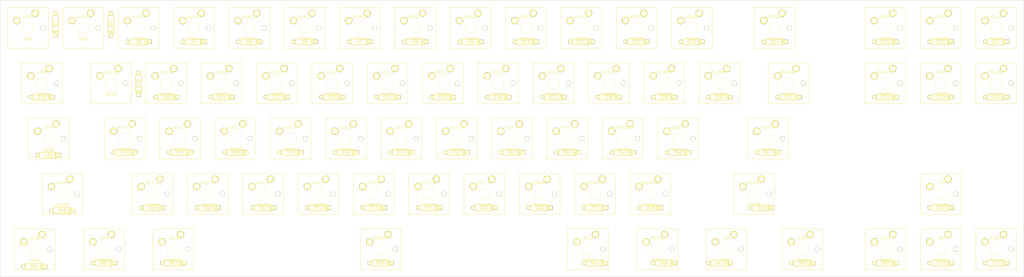
<source format=kicad_pcb>
(kicad_pcb (version 3) (host pcbnew "(2014-jan-25)-product")
  (layers (15 F.Cu signal) (0 B.Cu signal) (18 B.Paste user) (19 F.Paste user) (20 B.SilkS user) (21 F.SilkS user) (22 B.Mask user) (23 F.Mask user) (28 Edge.Cuts user))
  (net 0 "")
  (net 1 /COL0)
  (net 2 "Net-(D1-Pad1)")
  (net 3 /COL1)
  (net 4 "Net-(D2-Pad1)")
  (net 5 /COL2)
  (net 6 "Net-(D3-Pad1)")
  (net 7 /COL3)
  (net 8 "Net-(D4-Pad1)")
  (net 9 /COL4)
  (net 10 "Net-(D5-Pad1)")
  (net 11 /COL5)
  (net 12 "Net-(D6-Pad1)")
  (net 13 /COL6)
  (net 14 "Net-(D7-Pad1)")
  (net 15 /COL7)
  (net 16 "Net-(D8-Pad1)")
  (net 17 /COL9)
  (net 18 "Net-(D9-Pad1)")
  (net 19 /COL10)
  (net 20 "Net-(D10-Pad1)")
  (net 21 /COL11)
  (net 22 "Net-(D11-Pad1)")
  (net 23 /COL12)
  (net 24 "Net-(D12-Pad1)")
  (net 25 /COL13)
  (net 26 "Net-(D13-Pad1)")
  (net 27 /COL14)
  (net 28 "Net-(D14-Pad1)")
  (net 29 /COL15)
  (net 30 "Net-(D15-Pad1)")
  (net 31 /COL16)
  (net 32 "Net-(D16-Pad1)")
  (net 33 /COL17)
  (net 34 "Net-(D17-Pad1)")
  (net 35 "Net-(D18-Pad1)")
  (net 36 "Net-(D19-Pad1)")
  (net 37 "Net-(D20-Pad1)")
  (net 38 "Net-(D21-Pad1)")
  (net 39 "Net-(D22-Pad1)")
  (net 40 "Net-(D23-Pad1)")
  (net 41 "Net-(D24-Pad1)")
  (net 42 "Net-(D25-Pad1)")
  (net 43 "Net-(D26-Pad1)")
  (net 44 "Net-(D27-Pad1)")
  (net 45 "Net-(D28-Pad1)")
  (net 46 "Net-(D29-Pad1)")
  (net 47 "Net-(D30-Pad1)")
  (net 48 "Net-(D31-Pad1)")
  (net 49 "Net-(D32-Pad1)")
  (net 50 "Net-(D33-Pad1)")
  (net 51 "Net-(D34-Pad1)")
  (net 52 "Net-(D35-Pad1)")
  (net 53 "Net-(D36-Pad1)")
  (net 54 "Net-(D37-Pad1)")
  (net 55 "Net-(D38-Pad1)")
  (net 56 "Net-(D39-Pad1)")
  (net 57 "Net-(D40-Pad1)")
  (net 58 "Net-(D41-Pad1)")
  (net 59 "Net-(D42-Pad1)")
  (net 60 "Net-(D43-Pad1)")
  (net 61 "Net-(D44-Pad1)")
  (net 62 "Net-(D45-Pad1)")
  (net 63 "Net-(D46-Pad1)")
  (net 64 "Net-(D47-Pad1)")
  (net 65 "Net-(D48-Pad1)")
  (net 66 "Net-(D49-Pad1)")
  (net 67 "Net-(D50-Pad1)")
  (net 68 "Net-(D51-Pad1)")
  (net 69 "Net-(D52-Pad1)")
  (net 70 "Net-(D53-Pad1)")
  (net 71 "Net-(D54-Pad1)")
  (net 72 "Net-(D55-Pad1)")
  (net 73 "Net-(D56-Pad1)")
  (net 74 "Net-(D57-Pad1)")
  (net 75 "Net-(D58-Pad1)")
  (net 76 "Net-(D59-Pad1)")
  (net 77 "Net-(D60-Pad1)")
  (net 78 "Net-(D61-Pad1)")
  (net 79 "Net-(D62-Pad1)")
  (net 80 "Net-(D63-Pad1)")
  (net 81 "Net-(D64-Pad1)")
  (net 82 "Net-(D65-Pad1)")
  (net 83 "Net-(D66-Pad1)")
  (net 84 "Net-(D67-Pad1)")
  (net 85 "Net-(D68-Pad1)")
  (net 86 "Net-(D69-Pad1)")
  (net 87 "Net-(D70-Pad1)")
  (net 88 "Net-(D71-Pad1)")
  (net 89 /ROW4)
  (net 90 /ROW3)
  (net 91 /ROW2)
  (net 92 /ROW1)
  (net 93 /ROW0)
  (module Discret:D3 (layer F.Cu) (at 38.1 27.305 270)
    (fp_text reference D1 (at 0 0 270) (layer F.SilkS) (effects (font (size 1.016 1.016) (thickness 0.2032))))
    (fp_text value DIODE hide)
    (pad 2 thru_hole rect (at 3.81 0 270) (size 1.397 1.397) (drill 0.8128) (layers *.Cu *.Mask F.SilkS) (net 1 /COL0))
    (pad 1 thru_hole circle (at -3.81 0 270) (size 1.397 1.397) (drill 0.8128) (layers *.Cu *.Mask F.SilkS) (net 2 "Net-(D1-Pad1)"))
  )
  (module Discret:D3 (layer F.Cu) (at 57.15 27.305 270)
    (fp_text reference D2 (at 0 0 270) (layer F.SilkS) (effects (font (size 1.016 1.016) (thickness 0.2032))))
    (fp_text value DIODE hide)
    (pad 2 thru_hole rect (at 3.81 0 270) (size 1.397 1.397) (drill 0.8128) (layers *.Cu *.Mask F.SilkS) (net 3 /COL1))
    (pad 1 thru_hole circle (at -3.81 0 270) (size 1.397 1.397) (drill 0.8128) (layers *.Cu *.Mask F.SilkS) (net 4 "Net-(D2-Pad1)"))
  )
  (module Discret:D3 (layer F.Cu) (at 66.675 33.3375)
    (fp_text reference D3 (at 0 0) (layer F.SilkS) (effects (font (size 1.016 1.016) (thickness 0.2032))))
    (fp_text value DIODE hide)
    (pad 2 thru_hole rect (at 3.81 0) (size 1.397 1.397) (drill 0.8128) (layers *.Cu *.Mask F.SilkS) (net 5 /COL2))
    (pad 1 thru_hole circle (at -3.81 0) (size 1.397 1.397) (drill 0.8128) (layers *.Cu *.Mask F.SilkS) (net 6 "Net-(D3-Pad1)"))
  )
  (module Discret:D3 (layer F.Cu) (at 85.725 33.3375)
    (fp_text reference D4 (at 0 0) (layer F.SilkS) (effects (font (size 1.016 1.016) (thickness 0.2032))))
    (fp_text value DIODE hide)
    (pad 2 thru_hole rect (at 3.81 0) (size 1.397 1.397) (drill 0.8128) (layers *.Cu *.Mask F.SilkS) (net 7 /COL3))
    (pad 1 thru_hole circle (at -3.81 0) (size 1.397 1.397) (drill 0.8128) (layers *.Cu *.Mask F.SilkS) (net 8 "Net-(D4-Pad1)"))
  )
  (module Discret:D3 (layer F.Cu) (at 104.775 33.3375)
    (fp_text reference D5 (at 0 0) (layer F.SilkS) (effects (font (size 1.016 1.016) (thickness 0.2032))))
    (fp_text value DIODE hide)
    (pad 2 thru_hole rect (at 3.81 0) (size 1.397 1.397) (drill 0.8128) (layers *.Cu *.Mask F.SilkS) (net 9 /COL4))
    (pad 1 thru_hole circle (at -3.81 0) (size 1.397 1.397) (drill 0.8128) (layers *.Cu *.Mask F.SilkS) (net 10 "Net-(D5-Pad1)"))
  )
  (module Discret:D3 (layer F.Cu) (at 123.825 33.3375)
    (fp_text reference D6 (at 0 0) (layer F.SilkS) (effects (font (size 1.016 1.016) (thickness 0.2032))))
    (fp_text value DIODE hide)
    (pad 2 thru_hole rect (at 3.81 0) (size 1.397 1.397) (drill 0.8128) (layers *.Cu *.Mask F.SilkS) (net 11 /COL5))
    (pad 1 thru_hole circle (at -3.81 0) (size 1.397 1.397) (drill 0.8128) (layers *.Cu *.Mask F.SilkS) (net 12 "Net-(D6-Pad1)"))
  )
  (module Discret:D3 (layer F.Cu) (at 142.875 33.3375)
    (fp_text reference D7 (at 0 0) (layer F.SilkS) (effects (font (size 1.016 1.016) (thickness 0.2032))))
    (fp_text value DIODE hide)
    (pad 2 thru_hole rect (at 3.81 0) (size 1.397 1.397) (drill 0.8128) (layers *.Cu *.Mask F.SilkS) (net 13 /COL6))
    (pad 1 thru_hole circle (at -3.81 0) (size 1.397 1.397) (drill 0.8128) (layers *.Cu *.Mask F.SilkS) (net 14 "Net-(D7-Pad1)"))
  )
  (module Discret:D3 (layer F.Cu) (at 161.925 33.3375)
    (fp_text reference D8 (at 0 0) (layer F.SilkS) (effects (font (size 1.016 1.016) (thickness 0.2032))))
    (fp_text value DIODE hide)
    (pad 2 thru_hole rect (at 3.81 0) (size 1.397 1.397) (drill 0.8128) (layers *.Cu *.Mask F.SilkS) (net 15 /COL7))
    (pad 1 thru_hole circle (at -3.81 0) (size 1.397 1.397) (drill 0.8128) (layers *.Cu *.Mask F.SilkS) (net 16 "Net-(D8-Pad1)"))
  )
  (module Discret:D3 (layer F.Cu) (at 180.975 33.3375)
    (fp_text reference D9 (at 0 0) (layer F.SilkS) (effects (font (size 1.016 1.016) (thickness 0.2032))))
    (fp_text value DIODE hide)
    (pad 2 thru_hole rect (at 3.81 0) (size 1.397 1.397) (drill 0.8128) (layers *.Cu *.Mask F.SilkS) (net 17 /COL9))
    (pad 1 thru_hole circle (at -3.81 0) (size 1.397 1.397) (drill 0.8128) (layers *.Cu *.Mask F.SilkS) (net 18 "Net-(D9-Pad1)"))
  )
  (module Discret:D3 (layer F.Cu) (at 200.025 33.3375)
    (fp_text reference D10 (at 0 0) (layer F.SilkS) (effects (font (size 1.016 1.016) (thickness 0.2032))))
    (fp_text value DIODE hide)
    (pad 2 thru_hole rect (at 3.81 0) (size 1.397 1.397) (drill 0.8128) (layers *.Cu *.Mask F.SilkS) (net 19 /COL10))
    (pad 1 thru_hole circle (at -3.81 0) (size 1.397 1.397) (drill 0.8128) (layers *.Cu *.Mask F.SilkS) (net 20 "Net-(D10-Pad1)"))
  )
  (module Discret:D3 (layer F.Cu) (at 219.075 33.3375)
    (fp_text reference D11 (at 0 0) (layer F.SilkS) (effects (font (size 1.016 1.016) (thickness 0.2032))))
    (fp_text value DIODE hide)
    (pad 2 thru_hole rect (at 3.81 0) (size 1.397 1.397) (drill 0.8128) (layers *.Cu *.Mask F.SilkS) (net 21 /COL11))
    (pad 1 thru_hole circle (at -3.81 0) (size 1.397 1.397) (drill 0.8128) (layers *.Cu *.Mask F.SilkS) (net 22 "Net-(D11-Pad1)"))
  )
  (module Discret:D3 (layer F.Cu) (at 238.125 33.3375)
    (fp_text reference D12 (at 0 0) (layer F.SilkS) (effects (font (size 1.016 1.016) (thickness 0.2032))))
    (fp_text value DIODE hide)
    (pad 2 thru_hole rect (at 3.81 0) (size 1.397 1.397) (drill 0.8128) (layers *.Cu *.Mask F.SilkS) (net 23 /COL12))
    (pad 1 thru_hole circle (at -3.81 0) (size 1.397 1.397) (drill 0.8128) (layers *.Cu *.Mask F.SilkS) (net 24 "Net-(D12-Pad1)"))
  )
  (module Discret:D3 (layer F.Cu) (at 257.175 33.3375)
    (fp_text reference D13 (at 0 0) (layer F.SilkS) (effects (font (size 1.016 1.016) (thickness 0.2032))))
    (fp_text value DIODE hide)
    (pad 2 thru_hole rect (at 3.81 0) (size 1.397 1.397) (drill 0.8128) (layers *.Cu *.Mask F.SilkS) (net 25 /COL13))
    (pad 1 thru_hole circle (at -3.81 0) (size 1.397 1.397) (drill 0.8128) (layers *.Cu *.Mask F.SilkS) (net 26 "Net-(D13-Pad1)"))
  )
  (module Discret:D3 (layer F.Cu) (at 285.75 33.3375)
    (fp_text reference D14 (at 0 0) (layer F.SilkS) (effects (font (size 1.016 1.016) (thickness 0.2032))))
    (fp_text value DIODE hide)
    (pad 2 thru_hole rect (at 3.81 0) (size 1.397 1.397) (drill 0.8128) (layers *.Cu *.Mask F.SilkS) (net 27 /COL14))
    (pad 1 thru_hole circle (at -3.81 0) (size 1.397 1.397) (drill 0.8128) (layers *.Cu *.Mask F.SilkS) (net 28 "Net-(D14-Pad1)"))
  )
  (module Discret:D3 (layer F.Cu) (at 323.85 33.3375)
    (fp_text reference D15 (at 0 0) (layer F.SilkS) (effects (font (size 1.016 1.016) (thickness 0.2032))))
    (fp_text value DIODE hide)
    (pad 2 thru_hole rect (at 3.81 0) (size 1.397 1.397) (drill 0.8128) (layers *.Cu *.Mask F.SilkS) (net 29 /COL15))
    (pad 1 thru_hole circle (at -3.81 0) (size 1.397 1.397) (drill 0.8128) (layers *.Cu *.Mask F.SilkS) (net 30 "Net-(D15-Pad1)"))
  )
  (module Discret:D3 (layer F.Cu) (at 342.9 33.3375)
    (fp_text reference D16 (at 0 0) (layer F.SilkS) (effects (font (size 1.016 1.016) (thickness 0.2032))))
    (fp_text value DIODE hide)
    (pad 2 thru_hole rect (at 3.81 0) (size 1.397 1.397) (drill 0.8128) (layers *.Cu *.Mask F.SilkS) (net 31 /COL16))
    (pad 1 thru_hole circle (at -3.81 0) (size 1.397 1.397) (drill 0.8128) (layers *.Cu *.Mask F.SilkS) (net 32 "Net-(D16-Pad1)"))
  )
  (module Discret:D3 (layer F.Cu) (at 361.95 33.3375)
    (fp_text reference D17 (at 0 0) (layer F.SilkS) (effects (font (size 1.016 1.016) (thickness 0.2032))))
    (fp_text value DIODE hide)
    (pad 2 thru_hole rect (at 3.81 0) (size 1.397 1.397) (drill 0.8128) (layers *.Cu *.Mask F.SilkS) (net 33 /COL17))
    (pad 1 thru_hole circle (at -3.81 0) (size 1.397 1.397) (drill 0.8128) (layers *.Cu *.Mask F.SilkS) (net 34 "Net-(D17-Pad1)"))
  )
  (module Discret:D3 (layer F.Cu) (at 33.3375 52.3875)
    (fp_text reference D18 (at 0 0) (layer F.SilkS) (effects (font (size 1.016 1.016) (thickness 0.2032))))
    (fp_text value DIODE hide)
    (pad 2 thru_hole rect (at 3.81 0) (size 1.397 1.397) (drill 0.8128) (layers *.Cu *.Mask F.SilkS) (net 1 /COL0))
    (pad 1 thru_hole circle (at -3.81 0) (size 1.397 1.397) (drill 0.8128) (layers *.Cu *.Mask F.SilkS) (net 35 "Net-(D18-Pad1)"))
  )
  (module Discret:D3 (layer F.Cu) (at 66.675 47.752 270)
    (fp_text reference D19 (at 0 0 270) (layer F.SilkS) (effects (font (size 1.016 1.016) (thickness 0.2032))))
    (fp_text value DIODE hide)
    (pad 2 thru_hole rect (at 3.81 0 270) (size 1.397 1.397) (drill 0.8128) (layers *.Cu *.Mask F.SilkS) (net 3 /COL1))
    (pad 1 thru_hole circle (at -3.81 0 270) (size 1.397 1.397) (drill 0.8128) (layers *.Cu *.Mask F.SilkS) (net 36 "Net-(D19-Pad1)"))
  )
  (module Discret:D3 (layer F.Cu) (at 76.2 52.3875)
    (fp_text reference D20 (at 0 0) (layer F.SilkS) (effects (font (size 1.016 1.016) (thickness 0.2032))))
    (fp_text value DIODE hide)
    (pad 2 thru_hole rect (at 3.81 0) (size 1.397 1.397) (drill 0.8128) (layers *.Cu *.Mask F.SilkS) (net 5 /COL2))
    (pad 1 thru_hole circle (at -3.81 0) (size 1.397 1.397) (drill 0.8128) (layers *.Cu *.Mask F.SilkS) (net 37 "Net-(D20-Pad1)"))
  )
  (module Discret:D3 (layer F.Cu) (at 95.25 52.3875)
    (fp_text reference D21 (at 0 0) (layer F.SilkS) (effects (font (size 1.016 1.016) (thickness 0.2032))))
    (fp_text value DIODE hide)
    (pad 2 thru_hole rect (at 3.81 0) (size 1.397 1.397) (drill 0.8128) (layers *.Cu *.Mask F.SilkS) (net 7 /COL3))
    (pad 1 thru_hole circle (at -3.81 0) (size 1.397 1.397) (drill 0.8128) (layers *.Cu *.Mask F.SilkS) (net 38 "Net-(D21-Pad1)"))
  )
  (module Discret:D3 (layer F.Cu) (at 114.3 52.3875)
    (fp_text reference D22 (at 0 0) (layer F.SilkS) (effects (font (size 1.016 1.016) (thickness 0.2032))))
    (fp_text value DIODE hide)
    (pad 2 thru_hole rect (at 3.81 0) (size 1.397 1.397) (drill 0.8128) (layers *.Cu *.Mask F.SilkS) (net 9 /COL4))
    (pad 1 thru_hole circle (at -3.81 0) (size 1.397 1.397) (drill 0.8128) (layers *.Cu *.Mask F.SilkS) (net 39 "Net-(D22-Pad1)"))
  )
  (module Discret:D3 (layer F.Cu) (at 133.35 52.3875)
    (fp_text reference D23 (at 0 0) (layer F.SilkS) (effects (font (size 1.016 1.016) (thickness 0.2032))))
    (fp_text value DIODE hide)
    (pad 2 thru_hole rect (at 3.81 0) (size 1.397 1.397) (drill 0.8128) (layers *.Cu *.Mask F.SilkS) (net 11 /COL5))
    (pad 1 thru_hole circle (at -3.81 0) (size 1.397 1.397) (drill 0.8128) (layers *.Cu *.Mask F.SilkS) (net 40 "Net-(D23-Pad1)"))
  )
  (module Discret:D3 (layer F.Cu) (at 152.4 52.3875)
    (fp_text reference D24 (at 0 0) (layer F.SilkS) (effects (font (size 1.016 1.016) (thickness 0.2032))))
    (fp_text value DIODE hide)
    (pad 2 thru_hole rect (at 3.81 0) (size 1.397 1.397) (drill 0.8128) (layers *.Cu *.Mask F.SilkS) (net 13 /COL6))
    (pad 1 thru_hole circle (at -3.81 0) (size 1.397 1.397) (drill 0.8128) (layers *.Cu *.Mask F.SilkS) (net 41 "Net-(D24-Pad1)"))
  )
  (module Discret:D3 (layer F.Cu) (at 171.45 52.3875)
    (fp_text reference D25 (at 0 0) (layer F.SilkS) (effects (font (size 1.016 1.016) (thickness 0.2032))))
    (fp_text value DIODE hide)
    (pad 2 thru_hole rect (at 3.81 0) (size 1.397 1.397) (drill 0.8128) (layers *.Cu *.Mask F.SilkS) (net 15 /COL7))
    (pad 1 thru_hole circle (at -3.81 0) (size 1.397 1.397) (drill 0.8128) (layers *.Cu *.Mask F.SilkS) (net 42 "Net-(D25-Pad1)"))
  )
  (module Discret:D3 (layer F.Cu) (at 190.5 52.3875)
    (fp_text reference D26 (at 0 0) (layer F.SilkS) (effects (font (size 1.016 1.016) (thickness 0.2032))))
    (fp_text value DIODE hide)
    (pad 2 thru_hole rect (at 3.81 0) (size 1.397 1.397) (drill 0.8128) (layers *.Cu *.Mask F.SilkS) (net 17 /COL9))
    (pad 1 thru_hole circle (at -3.81 0) (size 1.397 1.397) (drill 0.8128) (layers *.Cu *.Mask F.SilkS) (net 43 "Net-(D26-Pad1)"))
  )
  (module Discret:D3 (layer F.Cu) (at 209.55 52.3875)
    (fp_text reference D27 (at 0 0) (layer F.SilkS) (effects (font (size 1.016 1.016) (thickness 0.2032))))
    (fp_text value DIODE hide)
    (pad 2 thru_hole rect (at 3.81 0) (size 1.397 1.397) (drill 0.8128) (layers *.Cu *.Mask F.SilkS) (net 19 /COL10))
    (pad 1 thru_hole circle (at -3.81 0) (size 1.397 1.397) (drill 0.8128) (layers *.Cu *.Mask F.SilkS) (net 44 "Net-(D27-Pad1)"))
  )
  (module Discret:D3 (layer F.Cu) (at 228.6 52.3875)
    (fp_text reference D28 (at 0 0) (layer F.SilkS) (effects (font (size 1.016 1.016) (thickness 0.2032))))
    (fp_text value DIODE hide)
    (pad 2 thru_hole rect (at 3.81 0) (size 1.397 1.397) (drill 0.8128) (layers *.Cu *.Mask F.SilkS) (net 21 /COL11))
    (pad 1 thru_hole circle (at -3.81 0) (size 1.397 1.397) (drill 0.8128) (layers *.Cu *.Mask F.SilkS) (net 45 "Net-(D28-Pad1)"))
  )
  (module Discret:D3 (layer F.Cu) (at 247.65 52.3875)
    (fp_text reference D29 (at 0 0) (layer F.SilkS) (effects (font (size 1.016 1.016) (thickness 0.2032))))
    (fp_text value DIODE hide)
    (pad 2 thru_hole rect (at 3.81 0) (size 1.397 1.397) (drill 0.8128) (layers *.Cu *.Mask F.SilkS) (net 23 /COL12))
    (pad 1 thru_hole circle (at -3.81 0) (size 1.397 1.397) (drill 0.8128) (layers *.Cu *.Mask F.SilkS) (net 46 "Net-(D29-Pad1)"))
  )
  (module Discret:D3 (layer F.Cu) (at 266.7 52.3875)
    (fp_text reference D30 (at 0 0) (layer F.SilkS) (effects (font (size 1.016 1.016) (thickness 0.2032))))
    (fp_text value DIODE hide)
    (pad 2 thru_hole rect (at 3.81 0) (size 1.397 1.397) (drill 0.8128) (layers *.Cu *.Mask F.SilkS) (net 25 /COL13))
    (pad 1 thru_hole circle (at -3.81 0) (size 1.397 1.397) (drill 0.8128) (layers *.Cu *.Mask F.SilkS) (net 47 "Net-(D30-Pad1)"))
  )
  (module Discret:D3 (layer F.Cu) (at 290.5125 52.3875)
    (fp_text reference D31 (at 0 0) (layer F.SilkS) (effects (font (size 1.016 1.016) (thickness 0.2032))))
    (fp_text value DIODE hide)
    (pad 2 thru_hole rect (at 3.81 0) (size 1.397 1.397) (drill 0.8128) (layers *.Cu *.Mask F.SilkS) (net 27 /COL14))
    (pad 1 thru_hole circle (at -3.81 0) (size 1.397 1.397) (drill 0.8128) (layers *.Cu *.Mask F.SilkS) (net 48 "Net-(D31-Pad1)"))
  )
  (module Discret:D3 (layer F.Cu) (at 323.85 52.3875)
    (fp_text reference D32 (at 0 0) (layer F.SilkS) (effects (font (size 1.016 1.016) (thickness 0.2032))))
    (fp_text value DIODE hide)
    (pad 2 thru_hole rect (at 3.81 0) (size 1.397 1.397) (drill 0.8128) (layers *.Cu *.Mask F.SilkS) (net 29 /COL15))
    (pad 1 thru_hole circle (at -3.81 0) (size 1.397 1.397) (drill 0.8128) (layers *.Cu *.Mask F.SilkS) (net 49 "Net-(D32-Pad1)"))
  )
  (module Discret:D3 (layer F.Cu) (at 342.9 52.3875)
    (fp_text reference D33 (at 0 0) (layer F.SilkS) (effects (font (size 1.016 1.016) (thickness 0.2032))))
    (fp_text value DIODE hide)
    (pad 2 thru_hole rect (at 3.81 0) (size 1.397 1.397) (drill 0.8128) (layers *.Cu *.Mask F.SilkS) (net 31 /COL16))
    (pad 1 thru_hole circle (at -3.81 0) (size 1.397 1.397) (drill 0.8128) (layers *.Cu *.Mask F.SilkS) (net 50 "Net-(D33-Pad1)"))
  )
  (module Discret:D3 (layer F.Cu) (at 361.95 52.3875)
    (fp_text reference D34 (at 0 0) (layer F.SilkS) (effects (font (size 1.016 1.016) (thickness 0.2032))))
    (fp_text value DIODE hide)
    (pad 2 thru_hole rect (at 3.81 0) (size 1.397 1.397) (drill 0.8128) (layers *.Cu *.Mask F.SilkS) (net 33 /COL17))
    (pad 1 thru_hole circle (at -3.81 0) (size 1.397 1.397) (drill 0.8128) (layers *.Cu *.Mask F.SilkS) (net 51 "Net-(D34-Pad1)"))
  )
  (module Discret:D3 (layer F.Cu) (at 35.56 72.39)
    (fp_text reference D35 (at 0 0) (layer F.SilkS) (effects (font (size 1.016 1.016) (thickness 0.2032))))
    (fp_text value DIODE hide)
    (pad 2 thru_hole rect (at 3.81 0) (size 1.397 1.397) (drill 0.8128) (layers *.Cu *.Mask F.SilkS) (net 1 /COL0))
    (pad 1 thru_hole circle (at -3.81 0) (size 1.397 1.397) (drill 0.8128) (layers *.Cu *.Mask F.SilkS) (net 52 "Net-(D35-Pad1)"))
  )
  (module Discret:D3 (layer F.Cu) (at 61.9125 71.4375)
    (fp_text reference D36 (at 0 0) (layer F.SilkS) (effects (font (size 1.016 1.016) (thickness 0.2032))))
    (fp_text value DIODE hide)
    (pad 2 thru_hole rect (at 3.81 0) (size 1.397 1.397) (drill 0.8128) (layers *.Cu *.Mask F.SilkS) (net 3 /COL1))
    (pad 1 thru_hole circle (at -3.81 0) (size 1.397 1.397) (drill 0.8128) (layers *.Cu *.Mask F.SilkS) (net 53 "Net-(D36-Pad1)"))
  )
  (module Discret:D3 (layer F.Cu) (at 80.9625 71.4375)
    (fp_text reference D37 (at 0 0) (layer F.SilkS) (effects (font (size 1.016 1.016) (thickness 0.2032))))
    (fp_text value DIODE hide)
    (pad 2 thru_hole rect (at 3.81 0) (size 1.397 1.397) (drill 0.8128) (layers *.Cu *.Mask F.SilkS) (net 5 /COL2))
    (pad 1 thru_hole circle (at -3.81 0) (size 1.397 1.397) (drill 0.8128) (layers *.Cu *.Mask F.SilkS) (net 54 "Net-(D37-Pad1)"))
  )
  (module Discret:D3 (layer F.Cu) (at 100.0125 71.4375)
    (fp_text reference D38 (at 0 0) (layer F.SilkS) (effects (font (size 1.016 1.016) (thickness 0.2032))))
    (fp_text value DIODE hide)
    (pad 2 thru_hole rect (at 3.81 0) (size 1.397 1.397) (drill 0.8128) (layers *.Cu *.Mask F.SilkS) (net 7 /COL3))
    (pad 1 thru_hole circle (at -3.81 0) (size 1.397 1.397) (drill 0.8128) (layers *.Cu *.Mask F.SilkS) (net 55 "Net-(D38-Pad1)"))
  )
  (module Discret:D3 (layer F.Cu) (at 119.0625 71.4375)
    (fp_text reference D39 (at 0 0) (layer F.SilkS) (effects (font (size 1.016 1.016) (thickness 0.2032))))
    (fp_text value DIODE hide)
    (pad 2 thru_hole rect (at 3.81 0) (size 1.397 1.397) (drill 0.8128) (layers *.Cu *.Mask F.SilkS) (net 9 /COL4))
    (pad 1 thru_hole circle (at -3.81 0) (size 1.397 1.397) (drill 0.8128) (layers *.Cu *.Mask F.SilkS) (net 56 "Net-(D39-Pad1)"))
  )
  (module Discret:D3 (layer F.Cu) (at 138.1125 71.4375)
    (fp_text reference D40 (at 0 0) (layer F.SilkS) (effects (font (size 1.016 1.016) (thickness 0.2032))))
    (fp_text value DIODE hide)
    (pad 2 thru_hole rect (at 3.81 0) (size 1.397 1.397) (drill 0.8128) (layers *.Cu *.Mask F.SilkS) (net 11 /COL5))
    (pad 1 thru_hole circle (at -3.81 0) (size 1.397 1.397) (drill 0.8128) (layers *.Cu *.Mask F.SilkS) (net 57 "Net-(D40-Pad1)"))
  )
  (module Discret:D3 (layer F.Cu) (at 157.1625 71.4375)
    (fp_text reference D41 (at 0 0) (layer F.SilkS) (effects (font (size 1.016 1.016) (thickness 0.2032))))
    (fp_text value DIODE hide)
    (pad 2 thru_hole rect (at 3.81 0) (size 1.397 1.397) (drill 0.8128) (layers *.Cu *.Mask F.SilkS) (net 13 /COL6))
    (pad 1 thru_hole circle (at -3.81 0) (size 1.397 1.397) (drill 0.8128) (layers *.Cu *.Mask F.SilkS) (net 58 "Net-(D41-Pad1)"))
  )
  (module Discret:D3 (layer F.Cu) (at 176.2125 71.4375)
    (fp_text reference D42 (at 0 0) (layer F.SilkS) (effects (font (size 1.016 1.016) (thickness 0.2032))))
    (fp_text value DIODE hide)
    (pad 2 thru_hole rect (at 3.81 0) (size 1.397 1.397) (drill 0.8128) (layers *.Cu *.Mask F.SilkS) (net 15 /COL7))
    (pad 1 thru_hole circle (at -3.81 0) (size 1.397 1.397) (drill 0.8128) (layers *.Cu *.Mask F.SilkS) (net 59 "Net-(D42-Pad1)"))
  )
  (module Discret:D3 (layer F.Cu) (at 195.2625 71.4375)
    (fp_text reference D43 (at 0 0) (layer F.SilkS) (effects (font (size 1.016 1.016) (thickness 0.2032))))
    (fp_text value DIODE hide)
    (pad 2 thru_hole rect (at 3.81 0) (size 1.397 1.397) (drill 0.8128) (layers *.Cu *.Mask F.SilkS) (net 17 /COL9))
    (pad 1 thru_hole circle (at -3.81 0) (size 1.397 1.397) (drill 0.8128) (layers *.Cu *.Mask F.SilkS) (net 60 "Net-(D43-Pad1)"))
  )
  (module Discret:D3 (layer F.Cu) (at 214.3125 71.4375)
    (fp_text reference D44 (at 0 0) (layer F.SilkS) (effects (font (size 1.016 1.016) (thickness 0.2032))))
    (fp_text value DIODE hide)
    (pad 2 thru_hole rect (at 3.81 0) (size 1.397 1.397) (drill 0.8128) (layers *.Cu *.Mask F.SilkS) (net 19 /COL10))
    (pad 1 thru_hole circle (at -3.81 0) (size 1.397 1.397) (drill 0.8128) (layers *.Cu *.Mask F.SilkS) (net 61 "Net-(D44-Pad1)"))
  )
  (module Discret:D3 (layer F.Cu) (at 233.3625 71.4375)
    (fp_text reference D45 (at 0 0) (layer F.SilkS) (effects (font (size 1.016 1.016) (thickness 0.2032))))
    (fp_text value DIODE hide)
    (pad 2 thru_hole rect (at 3.81 0) (size 1.397 1.397) (drill 0.8128) (layers *.Cu *.Mask F.SilkS) (net 21 /COL11))
    (pad 1 thru_hole circle (at -3.81 0) (size 1.397 1.397) (drill 0.8128) (layers *.Cu *.Mask F.SilkS) (net 62 "Net-(D45-Pad1)"))
  )
  (module Discret:D3 (layer F.Cu) (at 252.4125 71.4375)
    (fp_text reference D46 (at 0 0) (layer F.SilkS) (effects (font (size 1.016 1.016) (thickness 0.2032))))
    (fp_text value DIODE hide)
    (pad 2 thru_hole rect (at 3.81 0) (size 1.397 1.397) (drill 0.8128) (layers *.Cu *.Mask F.SilkS) (net 23 /COL12))
    (pad 1 thru_hole circle (at -3.81 0) (size 1.397 1.397) (drill 0.8128) (layers *.Cu *.Mask F.SilkS) (net 63 "Net-(D46-Pad1)"))
  )
  (module Discret:D3 (layer F.Cu) (at 283.36875 71.4375)
    (fp_text reference D47 (at 0 0) (layer F.SilkS) (effects (font (size 1.016 1.016) (thickness 0.2032))))
    (fp_text value DIODE hide)
    (pad 2 thru_hole rect (at 3.81 0) (size 1.397 1.397) (drill 0.8128) (layers *.Cu *.Mask F.SilkS) (net 25 /COL13))
    (pad 1 thru_hole circle (at -3.81 0) (size 1.397 1.397) (drill 0.8128) (layers *.Cu *.Mask F.SilkS) (net 64 "Net-(D47-Pad1)"))
  )
  (module Discret:D3 (layer F.Cu) (at 40.386 91.44)
    (fp_text reference D48 (at 0 0) (layer F.SilkS) (effects (font (size 1.016 1.016) (thickness 0.2032))))
    (fp_text value DIODE hide)
    (pad 2 thru_hole rect (at 3.81 0) (size 1.397 1.397) (drill 0.8128) (layers *.Cu *.Mask F.SilkS) (net 1 /COL0))
    (pad 1 thru_hole circle (at -3.81 0) (size 1.397 1.397) (drill 0.8128) (layers *.Cu *.Mask F.SilkS) (net 65 "Net-(D48-Pad1)"))
  )
  (module Discret:D3 (layer F.Cu) (at 71.4375 90.4875)
    (fp_text reference D49 (at 0 0) (layer F.SilkS) (effects (font (size 1.016 1.016) (thickness 0.2032))))
    (fp_text value DIODE hide)
    (pad 2 thru_hole rect (at 3.81 0) (size 1.397 1.397) (drill 0.8128) (layers *.Cu *.Mask F.SilkS) (net 5 /COL2))
    (pad 1 thru_hole circle (at -3.81 0) (size 1.397 1.397) (drill 0.8128) (layers *.Cu *.Mask F.SilkS) (net 66 "Net-(D49-Pad1)"))
  )
  (module Discret:D3 (layer F.Cu) (at 90.4875 90.4875)
    (fp_text reference D50 (at 0 0) (layer F.SilkS) (effects (font (size 1.016 1.016) (thickness 0.2032))))
    (fp_text value DIODE hide)
    (pad 2 thru_hole rect (at 3.81 0) (size 1.397 1.397) (drill 0.8128) (layers *.Cu *.Mask F.SilkS) (net 7 /COL3))
    (pad 1 thru_hole circle (at -3.81 0) (size 1.397 1.397) (drill 0.8128) (layers *.Cu *.Mask F.SilkS) (net 67 "Net-(D50-Pad1)"))
  )
  (module Discret:D3 (layer F.Cu) (at 109.5375 90.4875)
    (fp_text reference D51 (at 0 0) (layer F.SilkS) (effects (font (size 1.016 1.016) (thickness 0.2032))))
    (fp_text value DIODE hide)
    (pad 2 thru_hole rect (at 3.81 0) (size 1.397 1.397) (drill 0.8128) (layers *.Cu *.Mask F.SilkS) (net 9 /COL4))
    (pad 1 thru_hole circle (at -3.81 0) (size 1.397 1.397) (drill 0.8128) (layers *.Cu *.Mask F.SilkS) (net 68 "Net-(D51-Pad1)"))
  )
  (module Discret:D3 (layer F.Cu) (at 128.5875 90.4875)
    (fp_text reference D52 (at 0 0) (layer F.SilkS) (effects (font (size 1.016 1.016) (thickness 0.2032))))
    (fp_text value DIODE hide)
    (pad 2 thru_hole rect (at 3.81 0) (size 1.397 1.397) (drill 0.8128) (layers *.Cu *.Mask F.SilkS) (net 11 /COL5))
    (pad 1 thru_hole circle (at -3.81 0) (size 1.397 1.397) (drill 0.8128) (layers *.Cu *.Mask F.SilkS) (net 69 "Net-(D52-Pad1)"))
  )
  (module Discret:D3 (layer F.Cu) (at 147.6375 90.4875)
    (fp_text reference D53 (at 0 0) (layer F.SilkS) (effects (font (size 1.016 1.016) (thickness 0.2032))))
    (fp_text value DIODE hide)
    (pad 2 thru_hole rect (at 3.81 0) (size 1.397 1.397) (drill 0.8128) (layers *.Cu *.Mask F.SilkS) (net 13 /COL6))
    (pad 1 thru_hole circle (at -3.81 0) (size 1.397 1.397) (drill 0.8128) (layers *.Cu *.Mask F.SilkS) (net 70 "Net-(D53-Pad1)"))
  )
  (module Discret:D3 (layer F.Cu) (at 166.6875 90.4875)
    (fp_text reference D54 (at 0 0) (layer F.SilkS) (effects (font (size 1.016 1.016) (thickness 0.2032))))
    (fp_text value DIODE hide)
    (pad 2 thru_hole rect (at 3.81 0) (size 1.397 1.397) (drill 0.8128) (layers *.Cu *.Mask F.SilkS) (net 15 /COL7))
    (pad 1 thru_hole circle (at -3.81 0) (size 1.397 1.397) (drill 0.8128) (layers *.Cu *.Mask F.SilkS) (net 71 "Net-(D54-Pad1)"))
  )
  (module Discret:D3 (layer F.Cu) (at 185.7375 90.4875)
    (fp_text reference D55 (at 0 0) (layer F.SilkS) (effects (font (size 1.016 1.016) (thickness 0.2032))))
    (fp_text value DIODE hide)
    (pad 2 thru_hole rect (at 3.81 0) (size 1.397 1.397) (drill 0.8128) (layers *.Cu *.Mask F.SilkS) (net 17 /COL9))
    (pad 1 thru_hole circle (at -3.81 0) (size 1.397 1.397) (drill 0.8128) (layers *.Cu *.Mask F.SilkS) (net 72 "Net-(D55-Pad1)"))
  )
  (module Discret:D3 (layer F.Cu) (at 204.7875 90.4875)
    (fp_text reference D56 (at 0 0) (layer F.SilkS) (effects (font (size 1.016 1.016) (thickness 0.2032))))
    (fp_text value DIODE hide)
    (pad 2 thru_hole rect (at 3.81 0) (size 1.397 1.397) (drill 0.8128) (layers *.Cu *.Mask F.SilkS) (net 19 /COL10))
    (pad 1 thru_hole circle (at -3.81 0) (size 1.397 1.397) (drill 0.8128) (layers *.Cu *.Mask F.SilkS) (net 73 "Net-(D56-Pad1)"))
  )
  (module Discret:D3 (layer F.Cu) (at 223.8375 90.4875)
    (fp_text reference D57 (at 0 0) (layer F.SilkS) (effects (font (size 1.016 1.016) (thickness 0.2032))))
    (fp_text value DIODE hide)
    (pad 2 thru_hole rect (at 3.81 0) (size 1.397 1.397) (drill 0.8128) (layers *.Cu *.Mask F.SilkS) (net 21 /COL11))
    (pad 1 thru_hole circle (at -3.81 0) (size 1.397 1.397) (drill 0.8128) (layers *.Cu *.Mask F.SilkS) (net 74 "Net-(D57-Pad1)"))
  )
  (module Discret:D3 (layer F.Cu) (at 242.8875 90.4875)
    (fp_text reference D58 (at 0 0) (layer F.SilkS) (effects (font (size 1.016 1.016) (thickness 0.2032))))
    (fp_text value DIODE hide)
    (pad 2 thru_hole rect (at 3.81 0) (size 1.397 1.397) (drill 0.8128) (layers *.Cu *.Mask F.SilkS) (net 23 /COL12))
    (pad 1 thru_hole circle (at -3.81 0) (size 1.397 1.397) (drill 0.8128) (layers *.Cu *.Mask F.SilkS) (net 75 "Net-(D58-Pad1)"))
  )
  (module Discret:D3 (layer F.Cu) (at 280.9875 90.4875)
    (fp_text reference D59 (at 0 0) (layer F.SilkS) (effects (font (size 1.016 1.016) (thickness 0.2032))))
    (fp_text value DIODE hide)
    (pad 2 thru_hole rect (at 3.81 0) (size 1.397 1.397) (drill 0.8128) (layers *.Cu *.Mask F.SilkS) (net 27 /COL14))
    (pad 1 thru_hole circle (at -3.81 0) (size 1.397 1.397) (drill 0.8128) (layers *.Cu *.Mask F.SilkS) (net 76 "Net-(D59-Pad1)"))
  )
  (module Discret:D3 (layer F.Cu) (at 342.9 90.4875)
    (fp_text reference D60 (at 0 0) (layer F.SilkS) (effects (font (size 1.016 1.016) (thickness 0.2032))))
    (fp_text value DIODE hide)
    (pad 2 thru_hole rect (at 3.81 0) (size 1.397 1.397) (drill 0.8128) (layers *.Cu *.Mask F.SilkS) (net 31 /COL16))
    (pad 1 thru_hole circle (at -3.81 0) (size 1.397 1.397) (drill 0.8128) (layers *.Cu *.Mask F.SilkS) (net 77 "Net-(D60-Pad1)"))
  )
  (module Discret:D3 (layer F.Cu) (at 30.734 110.744)
    (fp_text reference D61 (at 0 0) (layer F.SilkS) (effects (font (size 1.016 1.016) (thickness 0.2032))))
    (fp_text value DIODE hide)
    (pad 2 thru_hole rect (at 3.81 0) (size 1.397 1.397) (drill 0.8128) (layers *.Cu *.Mask F.SilkS) (net 1 /COL0))
    (pad 1 thru_hole circle (at -3.81 0) (size 1.397 1.397) (drill 0.8128) (layers *.Cu *.Mask F.SilkS) (net 78 "Net-(D61-Pad1)"))
  )
  (module Discret:D3 (layer F.Cu) (at 54.76875 109.5375)
    (fp_text reference D62 (at 0 0) (layer F.SilkS) (effects (font (size 1.016 1.016) (thickness 0.2032))))
    (fp_text value DIODE hide)
    (pad 2 thru_hole rect (at 3.81 0) (size 1.397 1.397) (drill 0.8128) (layers *.Cu *.Mask F.SilkS) (net 3 /COL1))
    (pad 1 thru_hole circle (at -3.81 0) (size 1.397 1.397) (drill 0.8128) (layers *.Cu *.Mask F.SilkS) (net 79 "Net-(D62-Pad1)"))
  )
  (module Discret:D3 (layer F.Cu) (at 78.58125 109.5375)
    (fp_text reference D63 (at 0 0) (layer F.SilkS) (effects (font (size 1.016 1.016) (thickness 0.2032))))
    (fp_text value DIODE hide)
    (pad 2 thru_hole rect (at 3.81 0) (size 1.397 1.397) (drill 0.8128) (layers *.Cu *.Mask F.SilkS) (net 5 /COL2))
    (pad 1 thru_hole circle (at -3.81 0) (size 1.397 1.397) (drill 0.8128) (layers *.Cu *.Mask F.SilkS) (net 80 "Net-(D63-Pad1)"))
  )
  (module Discret:D3 (layer F.Cu) (at 150.01875 109.5375)
    (fp_text reference D64 (at 0 0) (layer F.SilkS) (effects (font (size 1.016 1.016) (thickness 0.2032))))
    (fp_text value DIODE hide)
    (pad 2 thru_hole rect (at 3.81 0) (size 1.397 1.397) (drill 0.8128) (layers *.Cu *.Mask F.SilkS) (net 13 /COL6))
    (pad 1 thru_hole circle (at -3.81 0) (size 1.397 1.397) (drill 0.8128) (layers *.Cu *.Mask F.SilkS) (net 81 "Net-(D64-Pad1)"))
  )
  (module Discret:D3 (layer F.Cu) (at 223.8375 109.5375)
    (fp_text reference D65 (at 0 0) (layer F.SilkS) (effects (font (size 1.016 1.016) (thickness 0.2032))))
    (fp_text value DIODE hide)
    (pad 2 thru_hole rect (at 3.81 0) (size 1.397 1.397) (drill 0.8128) (layers *.Cu *.Mask F.SilkS) (net 21 /COL11))
    (pad 1 thru_hole circle (at -3.81 0) (size 1.397 1.397) (drill 0.8128) (layers *.Cu *.Mask F.SilkS) (net 82 "Net-(D65-Pad1)"))
  )
  (module Discret:D3 (layer F.Cu) (at 247.65 109.5375)
    (fp_text reference D66 (at 0 0) (layer F.SilkS) (effects (font (size 1.016 1.016) (thickness 0.2032))))
    (fp_text value DIODE hide)
    (pad 2 thru_hole rect (at 3.81 0) (size 1.397 1.397) (drill 0.8128) (layers *.Cu *.Mask F.SilkS) (net 23 /COL12))
    (pad 1 thru_hole circle (at -3.81 0) (size 1.397 1.397) (drill 0.8128) (layers *.Cu *.Mask F.SilkS) (net 83 "Net-(D66-Pad1)"))
  )
  (module Discret:D3 (layer F.Cu) (at 266.7 109.5375)
    (fp_text reference D67 (at 0 0) (layer F.SilkS) (effects (font (size 1.016 1.016) (thickness 0.2032))))
    (fp_text value DIODE hide)
    (pad 2 thru_hole rect (at 3.81 0) (size 1.397 1.397) (drill 0.8128) (layers *.Cu *.Mask F.SilkS) (net 25 /COL13))
    (pad 1 thru_hole circle (at -3.81 0) (size 1.397 1.397) (drill 0.8128) (layers *.Cu *.Mask F.SilkS) (net 84 "Net-(D67-Pad1)"))
  )
  (module Discret:D3 (layer F.Cu) (at 295.275 109.5375)
    (fp_text reference D68 (at 0 0) (layer F.SilkS) (effects (font (size 1.016 1.016) (thickness 0.2032))))
    (fp_text value DIODE hide)
    (pad 2 thru_hole rect (at 3.81 0) (size 1.397 1.397) (drill 0.8128) (layers *.Cu *.Mask F.SilkS) (net 27 /COL14))
    (pad 1 thru_hole circle (at -3.81 0) (size 1.397 1.397) (drill 0.8128) (layers *.Cu *.Mask F.SilkS) (net 85 "Net-(D68-Pad1)"))
  )
  (module Discret:D3 (layer F.Cu) (at 323.85 109.5375)
    (fp_text reference D69 (at 0 0) (layer F.SilkS) (effects (font (size 1.016 1.016) (thickness 0.2032))))
    (fp_text value DIODE hide)
    (pad 2 thru_hole rect (at 3.81 0) (size 1.397 1.397) (drill 0.8128) (layers *.Cu *.Mask F.SilkS) (net 29 /COL15))
    (pad 1 thru_hole circle (at -3.81 0) (size 1.397 1.397) (drill 0.8128) (layers *.Cu *.Mask F.SilkS) (net 86 "Net-(D69-Pad1)"))
  )
  (module Discret:D3 (layer F.Cu) (at 342.9 109.5375)
    (fp_text reference D70 (at 0 0) (layer F.SilkS) (effects (font (size 1.016 1.016) (thickness 0.2032))))
    (fp_text value DIODE hide)
    (pad 2 thru_hole rect (at 3.81 0) (size 1.397 1.397) (drill 0.8128) (layers *.Cu *.Mask F.SilkS) (net 31 /COL16))
    (pad 1 thru_hole circle (at -3.81 0) (size 1.397 1.397) (drill 0.8128) (layers *.Cu *.Mask F.SilkS) (net 87 "Net-(D70-Pad1)"))
  )
  (module Discret:D3 (layer F.Cu) (at 361.95 109.5375)
    (fp_text reference D71 (at 0 0) (layer F.SilkS) (effects (font (size 1.016 1.016) (thickness 0.2032))))
    (fp_text value DIODE hide)
    (pad 2 thru_hole rect (at 3.81 0) (size 1.397 1.397) (drill 0.8128) (layers *.Cu *.Mask F.SilkS) (net 33 /COL17))
    (pad 1 thru_hole circle (at -3.81 0) (size 1.397 1.397) (drill 0.8128) (layers *.Cu *.Mask F.SilkS) (net 88 "Net-(D71-Pad1)"))
  )
  (module Custom:KEYMODULE_MX_PINS (layer F.Cu) (at 57.15 47.625)
    (fp_text reference SW19 (at 0 3.81) (layer F.SilkS))
    (fp_text value KEY_Q (at 0 -3.81) (layer F.SilkS))
    (pad 1 thru_hole circle (at -3.81 -2.54) (size 2.5 2.5) (drill 1.5) (layers *.Cu *.Mask F.SilkS) (net 90 /ROW3))
    (pad 2 thru_hole circle (at 2.54 -5.08) (size 2.5 2.5) (drill 1.5) (layers *.Cu *.Mask F.SilkS) (net 36 "Net-(D19-Pad1)"))
    (pad "" np_thru_hole circle (at 0 0) (size 4 4) (drill 4) (layers *.Cu *.Mask F.SilkS))
    (pad "" np_thru_hole circle (at 5.08 0) (size 1.7 1.7) (drill 1.5) (layers *.Cu *.Mask F.SilkS))
    (pad "" np_thru_hole circle (at -5.08 0) (size 1.7 1.7) (drill 1.7) (layers *.Cu *.Mask F.SilkS))
  )
  (module Custom:KEYMODULE_MX_PINS (layer F.Cu) (at 76.2 47.625)
    (fp_text reference SW20 (at 0 3.81) (layer F.SilkS))
    (fp_text value KEY_W (at 0 -3.81) (layer F.SilkS))
    (pad 1 thru_hole circle (at -3.81 -2.54) (size 2.5 2.5) (drill 1.5) (layers *.Cu *.Mask F.SilkS) (net 90 /ROW3))
    (pad 2 thru_hole circle (at 2.54 -5.08) (size 2.5 2.5) (drill 1.5) (layers *.Cu *.Mask F.SilkS) (net 37 "Net-(D20-Pad1)"))
    (pad "" np_thru_hole circle (at 0 0) (size 4 4) (drill 4) (layers *.Cu *.Mask F.SilkS))
    (pad "" np_thru_hole circle (at 5.08 0) (size 1.7 1.7) (drill 1.5) (layers *.Cu *.Mask F.SilkS))
    (pad "" np_thru_hole circle (at -5.08 0) (size 1.7 1.7) (drill 1.7) (layers *.Cu *.Mask F.SilkS))
  )
  (module Custom:KEYMODULE_MX_PINS (layer F.Cu) (at 95.25 47.625)
    (fp_text reference SW21 (at 0 3.81) (layer F.SilkS))
    (fp_text value KEY_E (at 0 -3.81) (layer F.SilkS))
    (pad 1 thru_hole circle (at -3.81 -2.54) (size 2.5 2.5) (drill 1.5) (layers *.Cu *.Mask F.SilkS) (net 90 /ROW3))
    (pad 2 thru_hole circle (at 2.54 -5.08) (size 2.5 2.5) (drill 1.5) (layers *.Cu *.Mask F.SilkS) (net 38 "Net-(D21-Pad1)"))
    (pad "" np_thru_hole circle (at 0 0) (size 4 4) (drill 4) (layers *.Cu *.Mask F.SilkS))
    (pad "" np_thru_hole circle (at 5.08 0) (size 1.7 1.7) (drill 1.5) (layers *.Cu *.Mask F.SilkS))
    (pad "" np_thru_hole circle (at -5.08 0) (size 1.7 1.7) (drill 1.7) (layers *.Cu *.Mask F.SilkS))
  )
  (module Custom:KEYMODULE_MX_PINS (layer F.Cu) (at 114.3 47.625)
    (fp_text reference SW22 (at 0 3.81) (layer F.SilkS))
    (fp_text value KEY_R (at 0 -3.81) (layer F.SilkS))
    (pad 1 thru_hole circle (at -3.81 -2.54) (size 2.5 2.5) (drill 1.5) (layers *.Cu *.Mask F.SilkS) (net 90 /ROW3))
    (pad 2 thru_hole circle (at 2.54 -5.08) (size 2.5 2.5) (drill 1.5) (layers *.Cu *.Mask F.SilkS) (net 39 "Net-(D22-Pad1)"))
    (pad "" np_thru_hole circle (at 0 0) (size 4 4) (drill 4) (layers *.Cu *.Mask F.SilkS))
    (pad "" np_thru_hole circle (at 5.08 0) (size 1.7 1.7) (drill 1.5) (layers *.Cu *.Mask F.SilkS))
    (pad "" np_thru_hole circle (at -5.08 0) (size 1.7 1.7) (drill 1.7) (layers *.Cu *.Mask F.SilkS))
  )
  (module Custom:KEYMODULE_MX_PINS (layer F.Cu) (at 133.35 47.625)
    (fp_text reference SW23 (at 0 3.81) (layer F.SilkS))
    (fp_text value KEY_T (at 0 -3.81) (layer F.SilkS))
    (pad 1 thru_hole circle (at -3.81 -2.54) (size 2.5 2.5) (drill 1.5) (layers *.Cu *.Mask F.SilkS) (net 90 /ROW3))
    (pad 2 thru_hole circle (at 2.54 -5.08) (size 2.5 2.5) (drill 1.5) (layers *.Cu *.Mask F.SilkS) (net 40 "Net-(D23-Pad1)"))
    (pad "" np_thru_hole circle (at 0 0) (size 4 4) (drill 4) (layers *.Cu *.Mask F.SilkS))
    (pad "" np_thru_hole circle (at 5.08 0) (size 1.7 1.7) (drill 1.5) (layers *.Cu *.Mask F.SilkS))
    (pad "" np_thru_hole circle (at -5.08 0) (size 1.7 1.7) (drill 1.7) (layers *.Cu *.Mask F.SilkS))
  )
  (module Custom:KEYMODULE_MX_PINS (layer F.Cu) (at 152.4 47.625)
    (fp_text reference SW24 (at 0 3.81) (layer F.SilkS))
    (fp_text value KEY_Y (at 0 -3.81) (layer F.SilkS))
    (pad 1 thru_hole circle (at -3.81 -2.54) (size 2.5 2.5) (drill 1.5) (layers *.Cu *.Mask F.SilkS) (net 90 /ROW3))
    (pad 2 thru_hole circle (at 2.54 -5.08) (size 2.5 2.5) (drill 1.5) (layers *.Cu *.Mask F.SilkS) (net 41 "Net-(D24-Pad1)"))
    (pad "" np_thru_hole circle (at 0 0) (size 4 4) (drill 4) (layers *.Cu *.Mask F.SilkS))
    (pad "" np_thru_hole circle (at 5.08 0) (size 1.7 1.7) (drill 1.5) (layers *.Cu *.Mask F.SilkS))
    (pad "" np_thru_hole circle (at -5.08 0) (size 1.7 1.7) (drill 1.7) (layers *.Cu *.Mask F.SilkS))
  )
  (module Custom:KEYMODULE_MX_PINS (layer F.Cu) (at 171.45 47.625)
    (fp_text reference SW25 (at 0 3.81) (layer F.SilkS))
    (fp_text value KEY_U (at 0 -3.81) (layer F.SilkS))
    (pad 1 thru_hole circle (at -3.81 -2.54) (size 2.5 2.5) (drill 1.5) (layers *.Cu *.Mask F.SilkS) (net 90 /ROW3))
    (pad 2 thru_hole circle (at 2.54 -5.08) (size 2.5 2.5) (drill 1.5) (layers *.Cu *.Mask F.SilkS) (net 42 "Net-(D25-Pad1)"))
    (pad "" np_thru_hole circle (at 0 0) (size 4 4) (drill 4) (layers *.Cu *.Mask F.SilkS))
    (pad "" np_thru_hole circle (at 5.08 0) (size 1.7 1.7) (drill 1.5) (layers *.Cu *.Mask F.SilkS))
    (pad "" np_thru_hole circle (at -5.08 0) (size 1.7 1.7) (drill 1.7) (layers *.Cu *.Mask F.SilkS))
  )
  (module Custom:KEYMODULE_MX_PINS (layer F.Cu) (at 190.5 47.625)
    (fp_text reference SW26 (at 0 3.81) (layer F.SilkS))
    (fp_text value KEY_I (at 0 -3.81) (layer F.SilkS))
    (pad 1 thru_hole circle (at -3.81 -2.54) (size 2.5 2.5) (drill 1.5) (layers *.Cu *.Mask F.SilkS) (net 90 /ROW3))
    (pad 2 thru_hole circle (at 2.54 -5.08) (size 2.5 2.5) (drill 1.5) (layers *.Cu *.Mask F.SilkS) (net 43 "Net-(D26-Pad1)"))
    (pad "" np_thru_hole circle (at 0 0) (size 4 4) (drill 4) (layers *.Cu *.Mask F.SilkS))
    (pad "" np_thru_hole circle (at 5.08 0) (size 1.7 1.7) (drill 1.5) (layers *.Cu *.Mask F.SilkS))
    (pad "" np_thru_hole circle (at -5.08 0) (size 1.7 1.7) (drill 1.7) (layers *.Cu *.Mask F.SilkS))
  )
  (module Custom:KEYMODULE_MX_PINS (layer F.Cu) (at 209.55 47.625)
    (fp_text reference SW27 (at 0 3.81) (layer F.SilkS))
    (fp_text value KEY_O (at 0 -3.81) (layer F.SilkS))
    (pad 1 thru_hole circle (at -3.81 -2.54) (size 2.5 2.5) (drill 1.5) (layers *.Cu *.Mask F.SilkS) (net 90 /ROW3))
    (pad 2 thru_hole circle (at 2.54 -5.08) (size 2.5 2.5) (drill 1.5) (layers *.Cu *.Mask F.SilkS) (net 44 "Net-(D27-Pad1)"))
    (pad "" np_thru_hole circle (at 0 0) (size 4 4) (drill 4) (layers *.Cu *.Mask F.SilkS))
    (pad "" np_thru_hole circle (at 5.08 0) (size 1.7 1.7) (drill 1.5) (layers *.Cu *.Mask F.SilkS))
    (pad "" np_thru_hole circle (at -5.08 0) (size 1.7 1.7) (drill 1.7) (layers *.Cu *.Mask F.SilkS))
  )
  (module Custom:KEYMODULE_MX_PINS (layer F.Cu) (at 228.6 47.625)
    (fp_text reference SW28 (at 0 3.81) (layer F.SilkS))
    (fp_text value KEY_P (at 0 -3.81) (layer F.SilkS))
    (pad 1 thru_hole circle (at -3.81 -2.54) (size 2.5 2.5) (drill 1.5) (layers *.Cu *.Mask F.SilkS) (net 90 /ROW3))
    (pad 2 thru_hole circle (at 2.54 -5.08) (size 2.5 2.5) (drill 1.5) (layers *.Cu *.Mask F.SilkS) (net 45 "Net-(D28-Pad1)"))
    (pad "" np_thru_hole circle (at 0 0) (size 4 4) (drill 4) (layers *.Cu *.Mask F.SilkS))
    (pad "" np_thru_hole circle (at 5.08 0) (size 1.7 1.7) (drill 1.5) (layers *.Cu *.Mask F.SilkS))
    (pad "" np_thru_hole circle (at -5.08 0) (size 1.7 1.7) (drill 1.7) (layers *.Cu *.Mask F.SilkS))
  )
  (module Custom:KEYMODULE_MX_PINS (layer F.Cu) (at 247.65 47.625)
    (fp_text reference SW29 (at 0 3.81) (layer F.SilkS))
    (fp_text value OP_BRKT (at 0 -3.81) (layer F.SilkS))
    (pad 1 thru_hole circle (at -3.81 -2.54) (size 2.5 2.5) (drill 1.5) (layers *.Cu *.Mask F.SilkS) (net 90 /ROW3))
    (pad 2 thru_hole circle (at 2.54 -5.08) (size 2.5 2.5) (drill 1.5) (layers *.Cu *.Mask F.SilkS) (net 46 "Net-(D29-Pad1)"))
    (pad "" np_thru_hole circle (at 0 0) (size 4 4) (drill 4) (layers *.Cu *.Mask F.SilkS))
    (pad "" np_thru_hole circle (at 5.08 0) (size 1.7 1.7) (drill 1.5) (layers *.Cu *.Mask F.SilkS))
    (pad "" np_thru_hole circle (at -5.08 0) (size 1.7 1.7) (drill 1.7) (layers *.Cu *.Mask F.SilkS))
  )
  (module Custom:KEYMODULE_MX_PINS (layer F.Cu) (at 266.7 47.625)
    (fp_text reference SW30 (at 0 3.81) (layer F.SilkS))
    (fp_text value CL_BRKT (at 0 -3.81) (layer F.SilkS))
    (pad 1 thru_hole circle (at -3.81 -2.54) (size 2.5 2.5) (drill 1.5) (layers *.Cu *.Mask F.SilkS) (net 90 /ROW3))
    (pad 2 thru_hole circle (at 2.54 -5.08) (size 2.5 2.5) (drill 1.5) (layers *.Cu *.Mask F.SilkS) (net 47 "Net-(D30-Pad1)"))
    (pad "" np_thru_hole circle (at 0 0) (size 4 4) (drill 4) (layers *.Cu *.Mask F.SilkS))
    (pad "" np_thru_hole circle (at 5.08 0) (size 1.7 1.7) (drill 1.5) (layers *.Cu *.Mask F.SilkS))
    (pad "" np_thru_hole circle (at -5.08 0) (size 1.7 1.7) (drill 1.7) (layers *.Cu *.Mask F.SilkS))
  )
  (module Custom:KEYMODULE_MX_PINS (layer F.Cu) (at 290.5125 47.625)
    (fp_text reference SW31 (at 0 3.81) (layer F.SilkS))
    (fp_text value BKSLSH (at 0 -3.81) (layer F.SilkS))
    (pad 1 thru_hole circle (at -3.81 -2.54) (size 2.5 2.5) (drill 1.5) (layers *.Cu *.Mask F.SilkS) (net 90 /ROW3))
    (pad 2 thru_hole circle (at 2.54 -5.08) (size 2.5 2.5) (drill 1.5) (layers *.Cu *.Mask F.SilkS) (net 48 "Net-(D31-Pad1)"))
    (pad "" np_thru_hole circle (at 0 0) (size 4 4) (drill 4) (layers *.Cu *.Mask F.SilkS))
    (pad "" np_thru_hole circle (at 5.08 0) (size 1.7 1.7) (drill 1.5) (layers *.Cu *.Mask F.SilkS))
    (pad "" np_thru_hole circle (at -5.08 0) (size 1.7 1.7) (drill 1.7) (layers *.Cu *.Mask F.SilkS))
  )
  (module Custom:KEYMODULE_MX_PINS (layer F.Cu) (at 323.85 47.625)
    (fp_text reference SW32 (at 0 3.81) (layer F.SilkS))
    (fp_text value DELETE (at 0 -3.81) (layer F.SilkS))
    (pad 1 thru_hole circle (at -3.81 -2.54) (size 2.5 2.5) (drill 1.5) (layers *.Cu *.Mask F.SilkS) (net 90 /ROW3))
    (pad 2 thru_hole circle (at 2.54 -5.08) (size 2.5 2.5) (drill 1.5) (layers *.Cu *.Mask F.SilkS) (net 49 "Net-(D32-Pad1)"))
    (pad "" np_thru_hole circle (at 0 0) (size 4 4) (drill 4) (layers *.Cu *.Mask F.SilkS))
    (pad "" np_thru_hole circle (at 5.08 0) (size 1.7 1.7) (drill 1.5) (layers *.Cu *.Mask F.SilkS))
    (pad "" np_thru_hole circle (at -5.08 0) (size 1.7 1.7) (drill 1.7) (layers *.Cu *.Mask F.SilkS))
  )
  (module Custom:KEYMODULE_MX_PINS (layer F.Cu) (at 342.9 47.625)
    (fp_text reference SW33 (at 0 3.81) (layer F.SilkS))
    (fp_text value END (at 0 -3.81) (layer F.SilkS))
    (pad 1 thru_hole circle (at -3.81 -2.54) (size 2.5 2.5) (drill 1.5) (layers *.Cu *.Mask F.SilkS) (net 90 /ROW3))
    (pad 2 thru_hole circle (at 2.54 -5.08) (size 2.5 2.5) (drill 1.5) (layers *.Cu *.Mask F.SilkS) (net 50 "Net-(D33-Pad1)"))
    (pad "" np_thru_hole circle (at 0 0) (size 4 4) (drill 4) (layers *.Cu *.Mask F.SilkS))
    (pad "" np_thru_hole circle (at 5.08 0) (size 1.7 1.7) (drill 1.5) (layers *.Cu *.Mask F.SilkS))
    (pad "" np_thru_hole circle (at -5.08 0) (size 1.7 1.7) (drill 1.7) (layers *.Cu *.Mask F.SilkS))
  )
  (module Custom:KEYMODULE_MX_PINS (layer F.Cu) (at 361.95 47.625)
    (fp_text reference SW34 (at 0 3.81) (layer F.SilkS))
    (fp_text value PG_DN (at 0 -3.81) (layer F.SilkS))
    (pad 1 thru_hole circle (at -3.81 -2.54) (size 2.5 2.5) (drill 1.5) (layers *.Cu *.Mask F.SilkS) (net 90 /ROW3))
    (pad 2 thru_hole circle (at 2.54 -5.08) (size 2.5 2.5) (drill 1.5) (layers *.Cu *.Mask F.SilkS) (net 51 "Net-(D34-Pad1)"))
    (pad "" np_thru_hole circle (at 0 0) (size 4 4) (drill 4) (layers *.Cu *.Mask F.SilkS))
    (pad "" np_thru_hole circle (at 5.08 0) (size 1.7 1.7) (drill 1.5) (layers *.Cu *.Mask F.SilkS))
    (pad "" np_thru_hole circle (at -5.08 0) (size 1.7 1.7) (drill 1.7) (layers *.Cu *.Mask F.SilkS))
  )
  (module Custom:KEYMODULE_MX_PINS (layer F.Cu) (at 61.9125 66.675)
    (fp_text reference SW36 (at 0 3.81) (layer F.SilkS))
    (fp_text value KEY_A (at 0 -3.81) (layer F.SilkS))
    (pad 1 thru_hole circle (at -3.81 -2.54) (size 2.5 2.5) (drill 1.5) (layers *.Cu *.Mask F.SilkS) (net 91 /ROW2))
    (pad 2 thru_hole circle (at 2.54 -5.08) (size 2.5 2.5) (drill 1.5) (layers *.Cu *.Mask F.SilkS) (net 53 "Net-(D36-Pad1)"))
    (pad "" np_thru_hole circle (at 0 0) (size 4 4) (drill 4) (layers *.Cu *.Mask F.SilkS))
    (pad "" np_thru_hole circle (at 5.08 0) (size 1.7 1.7) (drill 1.5) (layers *.Cu *.Mask F.SilkS))
    (pad "" np_thru_hole circle (at -5.08 0) (size 1.7 1.7) (drill 1.7) (layers *.Cu *.Mask F.SilkS))
  )
  (module Custom:KEYMODULE_MX_PINS (layer F.Cu) (at 80.9625 66.675)
    (fp_text reference SW37 (at 0 3.81) (layer F.SilkS))
    (fp_text value KEY_S (at 0 -3.81) (layer F.SilkS))
    (pad 1 thru_hole circle (at -3.81 -2.54) (size 2.5 2.5) (drill 1.5) (layers *.Cu *.Mask F.SilkS) (net 91 /ROW2))
    (pad 2 thru_hole circle (at 2.54 -5.08) (size 2.5 2.5) (drill 1.5) (layers *.Cu *.Mask F.SilkS) (net 54 "Net-(D37-Pad1)"))
    (pad "" np_thru_hole circle (at 0 0) (size 4 4) (drill 4) (layers *.Cu *.Mask F.SilkS))
    (pad "" np_thru_hole circle (at 5.08 0) (size 1.7 1.7) (drill 1.5) (layers *.Cu *.Mask F.SilkS))
    (pad "" np_thru_hole circle (at -5.08 0) (size 1.7 1.7) (drill 1.7) (layers *.Cu *.Mask F.SilkS))
  )
  (module Custom:KEYMODULE_MX_PINS (layer F.Cu) (at 100.0125 66.675)
    (fp_text reference SW38 (at 0 3.81) (layer F.SilkS))
    (fp_text value KEY_D (at 0 -3.81) (layer F.SilkS))
    (pad 1 thru_hole circle (at -3.81 -2.54) (size 2.5 2.5) (drill 1.5) (layers *.Cu *.Mask F.SilkS) (net 91 /ROW2))
    (pad 2 thru_hole circle (at 2.54 -5.08) (size 2.5 2.5) (drill 1.5) (layers *.Cu *.Mask F.SilkS) (net 55 "Net-(D38-Pad1)"))
    (pad "" np_thru_hole circle (at 0 0) (size 4 4) (drill 4) (layers *.Cu *.Mask F.SilkS))
    (pad "" np_thru_hole circle (at 5.08 0) (size 1.7 1.7) (drill 1.5) (layers *.Cu *.Mask F.SilkS))
    (pad "" np_thru_hole circle (at -5.08 0) (size 1.7 1.7) (drill 1.7) (layers *.Cu *.Mask F.SilkS))
  )
  (module Custom:KEYMODULE_MX_PINS (layer F.Cu) (at 119.0625 66.675)
    (fp_text reference SW39 (at 0 3.81) (layer F.SilkS))
    (fp_text value KEY_F (at 0 -3.81) (layer F.SilkS))
    (pad 1 thru_hole circle (at -3.81 -2.54) (size 2.5 2.5) (drill 1.5) (layers *.Cu *.Mask F.SilkS) (net 91 /ROW2))
    (pad 2 thru_hole circle (at 2.54 -5.08) (size 2.5 2.5) (drill 1.5) (layers *.Cu *.Mask F.SilkS) (net 56 "Net-(D39-Pad1)"))
    (pad "" np_thru_hole circle (at 0 0) (size 4 4) (drill 4) (layers *.Cu *.Mask F.SilkS))
    (pad "" np_thru_hole circle (at 5.08 0) (size 1.7 1.7) (drill 1.5) (layers *.Cu *.Mask F.SilkS))
    (pad "" np_thru_hole circle (at -5.08 0) (size 1.7 1.7) (drill 1.7) (layers *.Cu *.Mask F.SilkS))
  )
  (module Custom:KEYMODULE_MX_PINS (layer F.Cu) (at 138.1125 66.675)
    (fp_text reference SW40 (at 0 3.81) (layer F.SilkS))
    (fp_text value KEY_G (at 0 -3.81) (layer F.SilkS))
    (pad 1 thru_hole circle (at -3.81 -2.54) (size 2.5 2.5) (drill 1.5) (layers *.Cu *.Mask F.SilkS) (net 91 /ROW2))
    (pad 2 thru_hole circle (at 2.54 -5.08) (size 2.5 2.5) (drill 1.5) (layers *.Cu *.Mask F.SilkS) (net 57 "Net-(D40-Pad1)"))
    (pad "" np_thru_hole circle (at 0 0) (size 4 4) (drill 4) (layers *.Cu *.Mask F.SilkS))
    (pad "" np_thru_hole circle (at 5.08 0) (size 1.7 1.7) (drill 1.5) (layers *.Cu *.Mask F.SilkS))
    (pad "" np_thru_hole circle (at -5.08 0) (size 1.7 1.7) (drill 1.7) (layers *.Cu *.Mask F.SilkS))
  )
  (module Custom:KEYMODULE_MX_PINS (layer F.Cu) (at 157.1625 66.675)
    (fp_text reference SW41 (at 0 3.81) (layer F.SilkS))
    (fp_text value KEY_H (at 0 -3.81) (layer F.SilkS))
    (pad 1 thru_hole circle (at -3.81 -2.54) (size 2.5 2.5) (drill 1.5) (layers *.Cu *.Mask F.SilkS) (net 91 /ROW2))
    (pad 2 thru_hole circle (at 2.54 -5.08) (size 2.5 2.5) (drill 1.5) (layers *.Cu *.Mask F.SilkS) (net 58 "Net-(D41-Pad1)"))
    (pad "" np_thru_hole circle (at 0 0) (size 4 4) (drill 4) (layers *.Cu *.Mask F.SilkS))
    (pad "" np_thru_hole circle (at 5.08 0) (size 1.7 1.7) (drill 1.5) (layers *.Cu *.Mask F.SilkS))
    (pad "" np_thru_hole circle (at -5.08 0) (size 1.7 1.7) (drill 1.7) (layers *.Cu *.Mask F.SilkS))
  )
  (module Custom:KEYMODULE_MX_PINS (layer F.Cu) (at 176.2125 66.675)
    (fp_text reference SW42 (at 0 3.81) (layer F.SilkS))
    (fp_text value KEY_J (at 0 -3.81) (layer F.SilkS))
    (pad 1 thru_hole circle (at -3.81 -2.54) (size 2.5 2.5) (drill 1.5) (layers *.Cu *.Mask F.SilkS) (net 91 /ROW2))
    (pad 2 thru_hole circle (at 2.54 -5.08) (size 2.5 2.5) (drill 1.5) (layers *.Cu *.Mask F.SilkS) (net 59 "Net-(D42-Pad1)"))
    (pad "" np_thru_hole circle (at 0 0) (size 4 4) (drill 4) (layers *.Cu *.Mask F.SilkS))
    (pad "" np_thru_hole circle (at 5.08 0) (size 1.7 1.7) (drill 1.5) (layers *.Cu *.Mask F.SilkS))
    (pad "" np_thru_hole circle (at -5.08 0) (size 1.7 1.7) (drill 1.7) (layers *.Cu *.Mask F.SilkS))
  )
  (module Custom:KEYMODULE_MX_PINS (layer F.Cu) (at 195.2625 66.675)
    (fp_text reference SW43 (at 0 3.81) (layer F.SilkS))
    (fp_text value KEY_K (at 0 -3.81) (layer F.SilkS))
    (pad 1 thru_hole circle (at -3.81 -2.54) (size 2.5 2.5) (drill 1.5) (layers *.Cu *.Mask F.SilkS) (net 91 /ROW2))
    (pad 2 thru_hole circle (at 2.54 -5.08) (size 2.5 2.5) (drill 1.5) (layers *.Cu *.Mask F.SilkS) (net 60 "Net-(D43-Pad1)"))
    (pad "" np_thru_hole circle (at 0 0) (size 4 4) (drill 4) (layers *.Cu *.Mask F.SilkS))
    (pad "" np_thru_hole circle (at 5.08 0) (size 1.7 1.7) (drill 1.5) (layers *.Cu *.Mask F.SilkS))
    (pad "" np_thru_hole circle (at -5.08 0) (size 1.7 1.7) (drill 1.7) (layers *.Cu *.Mask F.SilkS))
  )
  (module Custom:KEYMODULE_MX_PINS (layer F.Cu) (at 214.3125 66.675)
    (fp_text reference SW44 (at 0 3.81) (layer F.SilkS))
    (fp_text value KEY_L (at 0 -3.81) (layer F.SilkS))
    (pad 1 thru_hole circle (at -3.81 -2.54) (size 2.5 2.5) (drill 1.5) (layers *.Cu *.Mask F.SilkS) (net 91 /ROW2))
    (pad 2 thru_hole circle (at 2.54 -5.08) (size 2.5 2.5) (drill 1.5) (layers *.Cu *.Mask F.SilkS) (net 61 "Net-(D44-Pad1)"))
    (pad "" np_thru_hole circle (at 0 0) (size 4 4) (drill 4) (layers *.Cu *.Mask F.SilkS))
    (pad "" np_thru_hole circle (at 5.08 0) (size 1.7 1.7) (drill 1.5) (layers *.Cu *.Mask F.SilkS))
    (pad "" np_thru_hole circle (at -5.08 0) (size 1.7 1.7) (drill 1.7) (layers *.Cu *.Mask F.SilkS))
  )
  (module Custom:KEYMODULE_MX_PINS (layer F.Cu) (at 233.3625 66.675)
    (fp_text reference SW45 (at 0 3.81) (layer F.SilkS))
    (fp_text value SEMICOLON (at 0 -3.81) (layer F.SilkS))
    (pad 1 thru_hole circle (at -3.81 -2.54) (size 2.5 2.5) (drill 1.5) (layers *.Cu *.Mask F.SilkS) (net 91 /ROW2))
    (pad 2 thru_hole circle (at 2.54 -5.08) (size 2.5 2.5) (drill 1.5) (layers *.Cu *.Mask F.SilkS) (net 62 "Net-(D45-Pad1)"))
    (pad "" np_thru_hole circle (at 0 0) (size 4 4) (drill 4) (layers *.Cu *.Mask F.SilkS))
    (pad "" np_thru_hole circle (at 5.08 0) (size 1.7 1.7) (drill 1.5) (layers *.Cu *.Mask F.SilkS))
    (pad "" np_thru_hole circle (at -5.08 0) (size 1.7 1.7) (drill 1.7) (layers *.Cu *.Mask F.SilkS))
  )
  (module Custom:KEYMODULE_MX_PINS (layer F.Cu) (at 252.4125 66.675)
    (fp_text reference SW46 (at 0 3.81) (layer F.SilkS))
    (fp_text value QUOTE (at 0 -3.81) (layer F.SilkS))
    (pad 1 thru_hole circle (at -3.81 -2.54) (size 2.5 2.5) (drill 1.5) (layers *.Cu *.Mask F.SilkS) (net 91 /ROW2))
    (pad 2 thru_hole circle (at 2.54 -5.08) (size 2.5 2.5) (drill 1.5) (layers *.Cu *.Mask F.SilkS) (net 63 "Net-(D46-Pad1)"))
    (pad "" np_thru_hole circle (at 0 0) (size 4 4) (drill 4) (layers *.Cu *.Mask F.SilkS))
    (pad "" np_thru_hole circle (at 5.08 0) (size 1.7 1.7) (drill 1.5) (layers *.Cu *.Mask F.SilkS))
    (pad "" np_thru_hole circle (at -5.08 0) (size 1.7 1.7) (drill 1.7) (layers *.Cu *.Mask F.SilkS))
  )
  (module Custom:KEYMODULE_MX_PINS (layer F.Cu) (at 283.36875 66.675)
    (fp_text reference SW47 (at 0 3.81) (layer F.SilkS))
    (fp_text value ENTER (at 0 -3.81) (layer F.SilkS))
    (pad 1 thru_hole circle (at -3.81 -2.54) (size 2.5 2.5) (drill 1.5) (layers *.Cu *.Mask F.SilkS) (net 91 /ROW2))
    (pad 2 thru_hole circle (at 2.54 -5.08) (size 2.5 2.5) (drill 1.5) (layers *.Cu *.Mask F.SilkS) (net 64 "Net-(D47-Pad1)"))
    (pad "" np_thru_hole circle (at 0 0) (size 4 4) (drill 4) (layers *.Cu *.Mask F.SilkS))
    (pad "" np_thru_hole circle (at 5.08 0) (size 1.7 1.7) (drill 1.5) (layers *.Cu *.Mask F.SilkS))
    (pad "" np_thru_hole circle (at -5.08 0) (size 1.7 1.7) (drill 1.7) (layers *.Cu *.Mask F.SilkS))
  )
  (module Custom:KEYMODULE_MX_PINS (layer F.Cu) (at 71.4375 85.725)
    (fp_text reference SW49 (at 0 3.81) (layer F.SilkS))
    (fp_text value KEY_Z (at 0 -3.81) (layer F.SilkS))
    (pad 1 thru_hole circle (at -3.81 -2.54) (size 2.5 2.5) (drill 1.5) (layers *.Cu *.Mask F.SilkS) (net 92 /ROW1))
    (pad 2 thru_hole circle (at 2.54 -5.08) (size 2.5 2.5) (drill 1.5) (layers *.Cu *.Mask F.SilkS) (net 66 "Net-(D49-Pad1)"))
    (pad "" np_thru_hole circle (at 0 0) (size 4 4) (drill 4) (layers *.Cu *.Mask F.SilkS))
    (pad "" np_thru_hole circle (at 5.08 0) (size 1.7 1.7) (drill 1.5) (layers *.Cu *.Mask F.SilkS))
    (pad "" np_thru_hole circle (at -5.08 0) (size 1.7 1.7) (drill 1.7) (layers *.Cu *.Mask F.SilkS))
  )
  (module Custom:KEYMODULE_MX_PINS (layer F.Cu) (at 90.4875 85.725)
    (fp_text reference SW50 (at 0 3.81) (layer F.SilkS))
    (fp_text value KEY_X (at 0 -3.81) (layer F.SilkS))
    (pad 1 thru_hole circle (at -3.81 -2.54) (size 2.5 2.5) (drill 1.5) (layers *.Cu *.Mask F.SilkS) (net 92 /ROW1))
    (pad 2 thru_hole circle (at 2.54 -5.08) (size 2.5 2.5) (drill 1.5) (layers *.Cu *.Mask F.SilkS) (net 67 "Net-(D50-Pad1)"))
    (pad "" np_thru_hole circle (at 0 0) (size 4 4) (drill 4) (layers *.Cu *.Mask F.SilkS))
    (pad "" np_thru_hole circle (at 5.08 0) (size 1.7 1.7) (drill 1.5) (layers *.Cu *.Mask F.SilkS))
    (pad "" np_thru_hole circle (at -5.08 0) (size 1.7 1.7) (drill 1.7) (layers *.Cu *.Mask F.SilkS))
  )
  (module Custom:KEYMODULE_MX_PINS (layer F.Cu) (at 109.5375 85.725)
    (fp_text reference SW51 (at 0 3.81) (layer F.SilkS))
    (fp_text value KEY_C (at 0 -3.81) (layer F.SilkS))
    (pad 1 thru_hole circle (at -3.81 -2.54) (size 2.5 2.5) (drill 1.5) (layers *.Cu *.Mask F.SilkS) (net 92 /ROW1))
    (pad 2 thru_hole circle (at 2.54 -5.08) (size 2.5 2.5) (drill 1.5) (layers *.Cu *.Mask F.SilkS) (net 68 "Net-(D51-Pad1)"))
    (pad "" np_thru_hole circle (at 0 0) (size 4 4) (drill 4) (layers *.Cu *.Mask F.SilkS))
    (pad "" np_thru_hole circle (at 5.08 0) (size 1.7 1.7) (drill 1.5) (layers *.Cu *.Mask F.SilkS))
    (pad "" np_thru_hole circle (at -5.08 0) (size 1.7 1.7) (drill 1.7) (layers *.Cu *.Mask F.SilkS))
  )
  (module Custom:KEYMODULE_MX_PINS (layer F.Cu) (at 128.5875 85.725)
    (fp_text reference SW52 (at 0 3.81) (layer F.SilkS))
    (fp_text value KEY_V (at 0 -3.81) (layer F.SilkS))
    (pad 1 thru_hole circle (at -3.81 -2.54) (size 2.5 2.5) (drill 1.5) (layers *.Cu *.Mask F.SilkS) (net 92 /ROW1))
    (pad 2 thru_hole circle (at 2.54 -5.08) (size 2.5 2.5) (drill 1.5) (layers *.Cu *.Mask F.SilkS) (net 69 "Net-(D52-Pad1)"))
    (pad "" np_thru_hole circle (at 0 0) (size 4 4) (drill 4) (layers *.Cu *.Mask F.SilkS))
    (pad "" np_thru_hole circle (at 5.08 0) (size 1.7 1.7) (drill 1.5) (layers *.Cu *.Mask F.SilkS))
    (pad "" np_thru_hole circle (at -5.08 0) (size 1.7 1.7) (drill 1.7) (layers *.Cu *.Mask F.SilkS))
  )
  (module Custom:KEYMODULE_MX_PINS (layer F.Cu) (at 147.6375 85.725)
    (fp_text reference SW53 (at 0 3.81) (layer F.SilkS))
    (fp_text value KEY_B (at 0 -3.81) (layer F.SilkS))
    (pad 1 thru_hole circle (at -3.81 -2.54) (size 2.5 2.5) (drill 1.5) (layers *.Cu *.Mask F.SilkS) (net 92 /ROW1))
    (pad 2 thru_hole circle (at 2.54 -5.08) (size 2.5 2.5) (drill 1.5) (layers *.Cu *.Mask F.SilkS) (net 70 "Net-(D53-Pad1)"))
    (pad "" np_thru_hole circle (at 0 0) (size 4 4) (drill 4) (layers *.Cu *.Mask F.SilkS))
    (pad "" np_thru_hole circle (at 5.08 0) (size 1.7 1.7) (drill 1.5) (layers *.Cu *.Mask F.SilkS))
    (pad "" np_thru_hole circle (at -5.08 0) (size 1.7 1.7) (drill 1.7) (layers *.Cu *.Mask F.SilkS))
  )
  (module Custom:KEYMODULE_MX_PINS (layer F.Cu) (at 166.6875 85.725)
    (fp_text reference SW54 (at 0 3.81) (layer F.SilkS))
    (fp_text value KEY_N (at 0 -3.81) (layer F.SilkS))
    (pad 1 thru_hole circle (at -3.81 -2.54) (size 2.5 2.5) (drill 1.5) (layers *.Cu *.Mask F.SilkS) (net 92 /ROW1))
    (pad 2 thru_hole circle (at 2.54 -5.08) (size 2.5 2.5) (drill 1.5) (layers *.Cu *.Mask F.SilkS) (net 71 "Net-(D54-Pad1)"))
    (pad "" np_thru_hole circle (at 0 0) (size 4 4) (drill 4) (layers *.Cu *.Mask F.SilkS))
    (pad "" np_thru_hole circle (at 5.08 0) (size 1.7 1.7) (drill 1.5) (layers *.Cu *.Mask F.SilkS))
    (pad "" np_thru_hole circle (at -5.08 0) (size 1.7 1.7) (drill 1.7) (layers *.Cu *.Mask F.SilkS))
  )
  (module Custom:KEYMODULE_MX_PINS (layer F.Cu) (at 185.7375 85.725)
    (fp_text reference SW55 (at 0 3.81) (layer F.SilkS))
    (fp_text value KEY_M (at 0 -3.81) (layer F.SilkS))
    (pad 1 thru_hole circle (at -3.81 -2.54) (size 2.5 2.5) (drill 1.5) (layers *.Cu *.Mask F.SilkS) (net 92 /ROW1))
    (pad 2 thru_hole circle (at 2.54 -5.08) (size 2.5 2.5) (drill 1.5) (layers *.Cu *.Mask F.SilkS) (net 72 "Net-(D55-Pad1)"))
    (pad "" np_thru_hole circle (at 0 0) (size 4 4) (drill 4) (layers *.Cu *.Mask F.SilkS))
    (pad "" np_thru_hole circle (at 5.08 0) (size 1.7 1.7) (drill 1.5) (layers *.Cu *.Mask F.SilkS))
    (pad "" np_thru_hole circle (at -5.08 0) (size 1.7 1.7) (drill 1.7) (layers *.Cu *.Mask F.SilkS))
  )
  (module Custom:KEYMODULE_MX_PINS (layer F.Cu) (at 204.7875 85.725)
    (fp_text reference SW56 (at 0 3.81) (layer F.SilkS))
    (fp_text value COMMA (at 0 -3.81) (layer F.SilkS))
    (pad 1 thru_hole circle (at -3.81 -2.54) (size 2.5 2.5) (drill 1.5) (layers *.Cu *.Mask F.SilkS) (net 92 /ROW1))
    (pad 2 thru_hole circle (at 2.54 -5.08) (size 2.5 2.5) (drill 1.5) (layers *.Cu *.Mask F.SilkS) (net 73 "Net-(D56-Pad1)"))
    (pad "" np_thru_hole circle (at 0 0) (size 4 4) (drill 4) (layers *.Cu *.Mask F.SilkS))
    (pad "" np_thru_hole circle (at 5.08 0) (size 1.7 1.7) (drill 1.5) (layers *.Cu *.Mask F.SilkS))
    (pad "" np_thru_hole circle (at -5.08 0) (size 1.7 1.7) (drill 1.7) (layers *.Cu *.Mask F.SilkS))
  )
  (module Custom:KEYMODULE_MX_PINS (layer F.Cu) (at 223.8375 85.725)
    (fp_text reference SW57 (at 0 3.81) (layer F.SilkS))
    (fp_text value PERIOD (at 0 -3.81) (layer F.SilkS))
    (pad 1 thru_hole circle (at -3.81 -2.54) (size 2.5 2.5) (drill 1.5) (layers *.Cu *.Mask F.SilkS) (net 92 /ROW1))
    (pad 2 thru_hole circle (at 2.54 -5.08) (size 2.5 2.5) (drill 1.5) (layers *.Cu *.Mask F.SilkS) (net 74 "Net-(D57-Pad1)"))
    (pad "" np_thru_hole circle (at 0 0) (size 4 4) (drill 4) (layers *.Cu *.Mask F.SilkS))
    (pad "" np_thru_hole circle (at 5.08 0) (size 1.7 1.7) (drill 1.5) (layers *.Cu *.Mask F.SilkS))
    (pad "" np_thru_hole circle (at -5.08 0) (size 1.7 1.7) (drill 1.7) (layers *.Cu *.Mask F.SilkS))
  )
  (module Custom:KEYMODULE_MX_PINS (layer F.Cu) (at 242.8875 85.725)
    (fp_text reference SW58 (at 0 3.81) (layer F.SilkS))
    (fp_text value FWDSLSH (at 0 -3.81) (layer F.SilkS))
    (pad 1 thru_hole circle (at -3.81 -2.54) (size 2.5 2.5) (drill 1.5) (layers *.Cu *.Mask F.SilkS) (net 92 /ROW1))
    (pad 2 thru_hole circle (at 2.54 -5.08) (size 2.5 2.5) (drill 1.5) (layers *.Cu *.Mask F.SilkS) (net 75 "Net-(D58-Pad1)"))
    (pad "" np_thru_hole circle (at 0 0) (size 4 4) (drill 4) (layers *.Cu *.Mask F.SilkS))
    (pad "" np_thru_hole circle (at 5.08 0) (size 1.7 1.7) (drill 1.5) (layers *.Cu *.Mask F.SilkS))
    (pad "" np_thru_hole circle (at -5.08 0) (size 1.7 1.7) (drill 1.7) (layers *.Cu *.Mask F.SilkS))
  )
  (module Custom:KEYMODULE_MX_PINS (layer F.Cu) (at 278.60625 85.725)
    (fp_text reference SW59 (at 0 3.81) (layer F.SilkS))
    (fp_text value RSHIFT (at 0 -3.81) (layer F.SilkS))
    (pad 1 thru_hole circle (at -3.81 -2.54) (size 2.5 2.5) (drill 1.5) (layers *.Cu *.Mask F.SilkS) (net 92 /ROW1))
    (pad 2 thru_hole circle (at 2.54 -5.08) (size 2.5 2.5) (drill 1.5) (layers *.Cu *.Mask F.SilkS) (net 76 "Net-(D59-Pad1)"))
    (pad "" np_thru_hole circle (at 0 0) (size 4 4) (drill 4) (layers *.Cu *.Mask F.SilkS))
    (pad "" np_thru_hole circle (at 5.08 0) (size 1.7 1.7) (drill 1.5) (layers *.Cu *.Mask F.SilkS))
    (pad "" np_thru_hole circle (at -5.08 0) (size 1.7 1.7) (drill 1.7) (layers *.Cu *.Mask F.SilkS))
  )
  (module Custom:KEYMODULE_MX_PINS (layer F.Cu) (at 342.9 85.725)
    (fp_text reference SW60 (at 0 3.81) (layer F.SilkS))
    (fp_text value UP (at 0 -3.81) (layer F.SilkS))
    (pad 1 thru_hole circle (at -3.81 -2.54) (size 2.5 2.5) (drill 1.5) (layers *.Cu *.Mask F.SilkS) (net 92 /ROW1))
    (pad 2 thru_hole circle (at 2.54 -5.08) (size 2.5 2.5) (drill 1.5) (layers *.Cu *.Mask F.SilkS) (net 77 "Net-(D60-Pad1)"))
    (pad "" np_thru_hole circle (at 0 0) (size 4 4) (drill 4) (layers *.Cu *.Mask F.SilkS))
    (pad "" np_thru_hole circle (at 5.08 0) (size 1.7 1.7) (drill 1.5) (layers *.Cu *.Mask F.SilkS))
    (pad "" np_thru_hole circle (at -5.08 0) (size 1.7 1.7) (drill 1.7) (layers *.Cu *.Mask F.SilkS))
  )
  (module Custom:KEYMODULE_MX_PINS (layer F.Cu) (at 54.76875 104.775)
    (fp_text reference SW62 (at 0 3.81) (layer F.SilkS))
    (fp_text value WIN (at 0 -3.81) (layer F.SilkS))
    (pad 1 thru_hole circle (at -3.81 -2.54) (size 2.5 2.5) (drill 1.5) (layers *.Cu *.Mask F.SilkS) (net 93 /ROW0))
    (pad 2 thru_hole circle (at 2.54 -5.08) (size 2.5 2.5) (drill 1.5) (layers *.Cu *.Mask F.SilkS) (net 79 "Net-(D62-Pad1)"))
    (pad "" np_thru_hole circle (at 0 0) (size 4 4) (drill 4) (layers *.Cu *.Mask F.SilkS))
    (pad "" np_thru_hole circle (at 5.08 0) (size 1.7 1.7) (drill 1.5) (layers *.Cu *.Mask F.SilkS))
    (pad "" np_thru_hole circle (at -5.08 0) (size 1.7 1.7) (drill 1.7) (layers *.Cu *.Mask F.SilkS))
  )
  (module Custom:KEYMODULE_MX_PINS (layer F.Cu) (at 78.58125 104.775)
    (fp_text reference SW63 (at 0 3.81) (layer F.SilkS))
    (fp_text value LALT (at 0 -3.81) (layer F.SilkS))
    (pad 1 thru_hole circle (at -3.81 -2.54) (size 2.5 2.5) (drill 1.5) (layers *.Cu *.Mask F.SilkS) (net 93 /ROW0))
    (pad 2 thru_hole circle (at 2.54 -5.08) (size 2.5 2.5) (drill 1.5) (layers *.Cu *.Mask F.SilkS) (net 80 "Net-(D63-Pad1)"))
    (pad "" np_thru_hole circle (at 0 0) (size 4 4) (drill 4) (layers *.Cu *.Mask F.SilkS))
    (pad "" np_thru_hole circle (at 5.08 0) (size 1.7 1.7) (drill 1.5) (layers *.Cu *.Mask F.SilkS))
    (pad "" np_thru_hole circle (at -5.08 0) (size 1.7 1.7) (drill 1.7) (layers *.Cu *.Mask F.SilkS))
  )
  (module Custom:KEYMODULE_MX_PINS (layer F.Cu) (at 150.01875 104.775)
    (fp_text reference SW64 (at 0 3.81) (layer F.SilkS))
    (fp_text value SPACE (at 0 -3.81) (layer F.SilkS))
    (pad 1 thru_hole circle (at -3.81 -2.54) (size 2.5 2.5) (drill 1.5) (layers *.Cu *.Mask F.SilkS) (net 93 /ROW0))
    (pad 2 thru_hole circle (at 2.54 -5.08) (size 2.5 2.5) (drill 1.5) (layers *.Cu *.Mask F.SilkS) (net 81 "Net-(D64-Pad1)"))
    (pad "" np_thru_hole circle (at 0 0) (size 4 4) (drill 4) (layers *.Cu *.Mask F.SilkS))
    (pad "" np_thru_hole circle (at 5.08 0) (size 1.7 1.7) (drill 1.5) (layers *.Cu *.Mask F.SilkS))
    (pad "" np_thru_hole circle (at -5.08 0) (size 1.7 1.7) (drill 1.7) (layers *.Cu *.Mask F.SilkS))
  )
  (module Custom:KEYMODULE_MX_PINS (layer F.Cu) (at 221.45625 104.775)
    (fp_text reference SW65 (at 0 3.81) (layer F.SilkS))
    (fp_text value RALT (at 0 -3.81) (layer F.SilkS))
    (pad 1 thru_hole circle (at -3.81 -2.54) (size 2.5 2.5) (drill 1.5) (layers *.Cu *.Mask F.SilkS) (net 93 /ROW0))
    (pad 2 thru_hole circle (at 2.54 -5.08) (size 2.5 2.5) (drill 1.5) (layers *.Cu *.Mask F.SilkS) (net 82 "Net-(D65-Pad1)"))
    (pad "" np_thru_hole circle (at 0 0) (size 4 4) (drill 4) (layers *.Cu *.Mask F.SilkS))
    (pad "" np_thru_hole circle (at 5.08 0) (size 1.7 1.7) (drill 1.5) (layers *.Cu *.Mask F.SilkS))
    (pad "" np_thru_hole circle (at -5.08 0) (size 1.7 1.7) (drill 1.7) (layers *.Cu *.Mask F.SilkS))
  )
  (module Custom:KEYMODULE_MX_PINS (layer F.Cu) (at 245.26875 104.775)
    (fp_text reference SW66 (at 0 3.81) (layer F.SilkS))
    (fp_text value RCTRL (at 0 -3.81) (layer F.SilkS))
    (pad 1 thru_hole circle (at -3.81 -2.54) (size 2.5 2.5) (drill 1.5) (layers *.Cu *.Mask F.SilkS) (net 93 /ROW0))
    (pad 2 thru_hole circle (at 2.54 -5.08) (size 2.5 2.5) (drill 1.5) (layers *.Cu *.Mask F.SilkS) (net 83 "Net-(D66-Pad1)"))
    (pad "" np_thru_hole circle (at 0 0) (size 4 4) (drill 4) (layers *.Cu *.Mask F.SilkS))
    (pad "" np_thru_hole circle (at 5.08 0) (size 1.7 1.7) (drill 1.5) (layers *.Cu *.Mask F.SilkS))
    (pad "" np_thru_hole circle (at -5.08 0) (size 1.7 1.7) (drill 1.7) (layers *.Cu *.Mask F.SilkS))
  )
  (module Custom:KEYMODULE_MX_PINS (layer F.Cu) (at 269.08125 104.775)
    (fp_text reference SW67 (at 0 3.81) (layer F.SilkS))
    (fp_text value FN (at 0 -3.81) (layer F.SilkS))
    (pad 1 thru_hole circle (at -3.81 -2.54) (size 2.5 2.5) (drill 1.5) (layers *.Cu *.Mask F.SilkS) (net 93 /ROW0))
    (pad 2 thru_hole circle (at 2.54 -5.08) (size 2.5 2.5) (drill 1.5) (layers *.Cu *.Mask F.SilkS) (net 84 "Net-(D67-Pad1)"))
    (pad "" np_thru_hole circle (at 0 0) (size 4 4) (drill 4) (layers *.Cu *.Mask F.SilkS))
    (pad "" np_thru_hole circle (at 5.08 0) (size 1.7 1.7) (drill 1.5) (layers *.Cu *.Mask F.SilkS))
    (pad "" np_thru_hole circle (at -5.08 0) (size 1.7 1.7) (drill 1.7) (layers *.Cu *.Mask F.SilkS))
  )
  (module Custom:KEYMODULE_MX_PINS (layer F.Cu) (at 295.275 104.775)
    (fp_text reference SW68 (at 0 3.81) (layer F.SilkS))
    (fp_text value ESC (at 0 -3.81) (layer F.SilkS))
    (pad 1 thru_hole circle (at -3.81 -2.54) (size 2.5 2.5) (drill 1.5) (layers *.Cu *.Mask F.SilkS) (net 93 /ROW0))
    (pad 2 thru_hole circle (at 2.54 -5.08) (size 2.5 2.5) (drill 1.5) (layers *.Cu *.Mask F.SilkS) (net 85 "Net-(D68-Pad1)"))
    (pad "" np_thru_hole circle (at 0 0) (size 4 4) (drill 4) (layers *.Cu *.Mask F.SilkS))
    (pad "" np_thru_hole circle (at 5.08 0) (size 1.7 1.7) (drill 1.5) (layers *.Cu *.Mask F.SilkS))
    (pad "" np_thru_hole circle (at -5.08 0) (size 1.7 1.7) (drill 1.7) (layers *.Cu *.Mask F.SilkS))
  )
  (module Custom:KEYMODULE_MX_PINS (layer F.Cu) (at 323.85 104.775)
    (fp_text reference SW69 (at 0 3.81) (layer F.SilkS))
    (fp_text value LEFT (at 0 -3.81) (layer F.SilkS))
    (pad 1 thru_hole circle (at -3.81 -2.54) (size 2.5 2.5) (drill 1.5) (layers *.Cu *.Mask F.SilkS) (net 93 /ROW0))
    (pad 2 thru_hole circle (at 2.54 -5.08) (size 2.5 2.5) (drill 1.5) (layers *.Cu *.Mask F.SilkS) (net 86 "Net-(D69-Pad1)"))
    (pad "" np_thru_hole circle (at 0 0) (size 4 4) (drill 4) (layers *.Cu *.Mask F.SilkS))
    (pad "" np_thru_hole circle (at 5.08 0) (size 1.7 1.7) (drill 1.5) (layers *.Cu *.Mask F.SilkS))
    (pad "" np_thru_hole circle (at -5.08 0) (size 1.7 1.7) (drill 1.7) (layers *.Cu *.Mask F.SilkS))
  )
  (module Custom:KEYMODULE_MX_PINS (layer F.Cu) (at 342.9 104.775)
    (fp_text reference SW70 (at 0 3.81) (layer F.SilkS))
    (fp_text value DN (at 0 -3.81) (layer F.SilkS))
    (pad 1 thru_hole circle (at -3.81 -2.54) (size 2.5 2.5) (drill 1.5) (layers *.Cu *.Mask F.SilkS) (net 93 /ROW0))
    (pad 2 thru_hole circle (at 2.54 -5.08) (size 2.5 2.5) (drill 1.5) (layers *.Cu *.Mask F.SilkS) (net 87 "Net-(D70-Pad1)"))
    (pad "" np_thru_hole circle (at 0 0) (size 4 4) (drill 4) (layers *.Cu *.Mask F.SilkS))
    (pad "" np_thru_hole circle (at 5.08 0) (size 1.7 1.7) (drill 1.5) (layers *.Cu *.Mask F.SilkS))
    (pad "" np_thru_hole circle (at -5.08 0) (size 1.7 1.7) (drill 1.7) (layers *.Cu *.Mask F.SilkS))
  )
  (module Custom:KEYMODULE_MX_PINS (layer F.Cu) (at 361.95 104.775)
    (fp_text reference SW71 (at 0 3.81) (layer F.SilkS))
    (fp_text value RIGHT (at 0 -3.81) (layer F.SilkS))
    (pad 1 thru_hole circle (at -3.81 -2.54) (size 2.5 2.5) (drill 1.5) (layers *.Cu *.Mask F.SilkS) (net 93 /ROW0))
    (pad 2 thru_hole circle (at 2.54 -5.08) (size 2.5 2.5) (drill 1.5) (layers *.Cu *.Mask F.SilkS) (net 88 "Net-(D71-Pad1)"))
    (pad "" np_thru_hole circle (at 0 0) (size 4 4) (drill 4) (layers *.Cu *.Mask F.SilkS))
    (pad "" np_thru_hole circle (at 5.08 0) (size 1.7 1.7) (drill 1.5) (layers *.Cu *.Mask F.SilkS))
    (pad "" np_thru_hole circle (at -5.08 0) (size 1.7 1.7) (drill 1.7) (layers *.Cu *.Mask F.SilkS))
  )
  (module Custom:KEYMODULE_MX_PINS (layer F.Cu) (at 33.3375 47.625)
    (fp_text reference SW18 (at 0 3.81) (layer F.SilkS))
    (fp_text value LTAB (at 0 -3.81) (layer F.SilkS))
    (pad 1 thru_hole circle (at -3.81 -2.54) (size 2.5 2.5) (drill 1.5) (layers *.Cu *.Mask F.SilkS) (net 90 /ROW3))
    (pad 2 thru_hole circle (at 2.54 -5.08) (size 2.5 2.5) (drill 1.5) (layers *.Cu *.Mask F.SilkS) (net 35 "Net-(D18-Pad1)"))
    (pad "" np_thru_hole circle (at 0 0) (size 4 4) (drill 4) (layers *.Cu *.Mask F.SilkS))
    (pad "" np_thru_hole circle (at 5.08 0) (size 1.7 1.7) (drill 1.5) (layers *.Cu *.Mask F.SilkS))
    (pad "" np_thru_hole circle (at -5.08 0) (size 1.7 1.7) (drill 1.7) (layers *.Cu *.Mask F.SilkS))
  )
  (module Custom:KEYMODULE_MX_PINS (layer F.Cu) (at 40.48125 85.725)
    (fp_text reference SW48 (at 0 3.81) (layer F.SilkS))
    (fp_text value LSHIFT (at 0 -3.81) (layer F.SilkS))
    (pad 1 thru_hole circle (at -3.81 -2.54) (size 2.5 2.5) (drill 1.5) (layers *.Cu *.Mask F.SilkS) (net 92 /ROW1))
    (pad 2 thru_hole circle (at 2.54 -5.08) (size 2.5 2.5) (drill 1.5) (layers *.Cu *.Mask F.SilkS) (net 65 "Net-(D48-Pad1)"))
    (pad "" np_thru_hole circle (at 0 0) (size 4 4) (drill 4) (layers *.Cu *.Mask F.SilkS))
    (pad "" np_thru_hole circle (at 5.08 0) (size 1.7 1.7) (drill 1.5) (layers *.Cu *.Mask F.SilkS))
    (pad "" np_thru_hole circle (at -5.08 0) (size 1.7 1.7) (drill 1.7) (layers *.Cu *.Mask F.SilkS))
  )
  (module Custom:KEYMODULE_MX_PINS (layer F.Cu) (at 28.575 28.575)
    (fp_text reference SW1 (at 0 3.81) (layer F.SilkS))
    (fp_text value TILDE (at 0 -3.81) (layer F.SilkS))
    (pad 1 thru_hole circle (at -3.81 -2.54) (size 2.5 2.5) (drill 1.5) (layers *.Cu *.Mask F.SilkS) (net 89 /ROW4))
    (pad 2 thru_hole circle (at 2.54 -5.08) (size 2.5 2.5) (drill 1.5) (layers *.Cu *.Mask F.SilkS) (net 2 "Net-(D1-Pad1)"))
    (pad "" np_thru_hole circle (at 0 0) (size 4 4) (drill 4) (layers *.Cu *.Mask F.SilkS))
    (pad "" np_thru_hole circle (at 5.08 0) (size 1.7 1.7) (drill 1.5) (layers *.Cu *.Mask F.SilkS))
    (pad "" np_thru_hole circle (at -5.08 0) (size 1.7 1.7) (drill 1.7) (layers *.Cu *.Mask F.SilkS))
  )
  (module Custom:KEYMODULE_MX_PINS (layer F.Cu) (at 47.625 28.575)
    (fp_text reference SW2 (at 0 3.81) (layer F.SilkS))
    (fp_text value NUM_1 (at 0 -3.81) (layer F.SilkS))
    (pad 1 thru_hole circle (at -3.81 -2.54) (size 2.5 2.5) (drill 1.5) (layers *.Cu *.Mask F.SilkS) (net 89 /ROW4))
    (pad 2 thru_hole circle (at 2.54 -5.08) (size 2.5 2.5) (drill 1.5) (layers *.Cu *.Mask F.SilkS) (net 4 "Net-(D2-Pad1)"))
    (pad "" np_thru_hole circle (at 0 0) (size 4 4) (drill 4) (layers *.Cu *.Mask F.SilkS))
    (pad "" np_thru_hole circle (at 5.08 0) (size 1.7 1.7) (drill 1.5) (layers *.Cu *.Mask F.SilkS))
    (pad "" np_thru_hole circle (at -5.08 0) (size 1.7 1.7) (drill 1.7) (layers *.Cu *.Mask F.SilkS))
  )
  (module Custom:KEYMODULE_MX_PINS (layer F.Cu) (at 35.71875 66.675)
    (fp_text reference SW35 (at 0 3.81) (layer F.SilkS))
    (fp_text value CAPS (at 0 -3.81) (layer F.SilkS))
    (pad 1 thru_hole circle (at -3.81 -2.54) (size 2.5 2.5) (drill 1.5) (layers *.Cu *.Mask F.SilkS) (net 91 /ROW2))
    (pad 2 thru_hole circle (at 2.54 -5.08) (size 2.5 2.5) (drill 1.5) (layers *.Cu *.Mask F.SilkS) (net 52 "Net-(D35-Pad1)"))
    (pad "" np_thru_hole circle (at 0 0) (size 4 4) (drill 4) (layers *.Cu *.Mask F.SilkS))
    (pad "" np_thru_hole circle (at 5.08 0) (size 1.7 1.7) (drill 1.5) (layers *.Cu *.Mask F.SilkS))
    (pad "" np_thru_hole circle (at -5.08 0) (size 1.7 1.7) (drill 1.7) (layers *.Cu *.Mask F.SilkS))
  )
  (module Custom:KEYMODULE_MX_PINS (layer F.Cu) (at 30.95625 104.775)
    (fp_text reference SW61 (at 0 3.81) (layer F.SilkS))
    (fp_text value LCTRL (at 0 -3.81) (layer F.SilkS))
    (pad 1 thru_hole circle (at -3.81 -2.54) (size 2.5 2.5) (drill 1.5) (layers *.Cu *.Mask F.SilkS) (net 93 /ROW0))
    (pad 2 thru_hole circle (at 2.54 -5.08) (size 2.5 2.5) (drill 1.5) (layers *.Cu *.Mask F.SilkS) (net 78 "Net-(D61-Pad1)"))
    (pad "" np_thru_hole circle (at 0 0) (size 4 4) (drill 4) (layers *.Cu *.Mask F.SilkS))
    (pad "" np_thru_hole circle (at 5.08 0) (size 1.7 1.7) (drill 1.5) (layers *.Cu *.Mask F.SilkS))
    (pad "" np_thru_hole circle (at -5.08 0) (size 1.7 1.7) (drill 1.7) (layers *.Cu *.Mask F.SilkS))
  )
  (module Custom:KEYMODULE_MX_PINS (layer F.Cu) (at 66.675 28.575)
    (fp_text reference SW3 (at 0 3.81) (layer F.SilkS))
    (fp_text value NUM_2 (at 0 -3.81) (layer F.SilkS))
    (pad 1 thru_hole circle (at -3.81 -2.54) (size 2.5 2.5) (drill 1.5) (layers *.Cu *.Mask F.SilkS) (net 89 /ROW4))
    (pad 2 thru_hole circle (at 2.54 -5.08) (size 2.5 2.5) (drill 1.5) (layers *.Cu *.Mask F.SilkS) (net 6 "Net-(D3-Pad1)"))
    (pad "" np_thru_hole circle (at 0 0) (size 4 4) (drill 4) (layers *.Cu *.Mask F.SilkS))
    (pad "" np_thru_hole circle (at 5.08 0) (size 1.7 1.7) (drill 1.5) (layers *.Cu *.Mask F.SilkS))
    (pad "" np_thru_hole circle (at -5.08 0) (size 1.7 1.7) (drill 1.7) (layers *.Cu *.Mask F.SilkS))
  )
  (module Custom:KEYMODULE_MX_PINS (layer F.Cu) (at 85.725 28.575)
    (fp_text reference SW4 (at 0 3.81) (layer F.SilkS))
    (fp_text value NUM_3 (at 0 -3.81) (layer F.SilkS))
    (pad 1 thru_hole circle (at -3.81 -2.54) (size 2.5 2.5) (drill 1.5) (layers *.Cu *.Mask F.SilkS) (net 89 /ROW4))
    (pad 2 thru_hole circle (at 2.54 -5.08) (size 2.5 2.5) (drill 1.5) (layers *.Cu *.Mask F.SilkS) (net 8 "Net-(D4-Pad1)"))
    (pad "" np_thru_hole circle (at 0 0) (size 4 4) (drill 4) (layers *.Cu *.Mask F.SilkS))
    (pad "" np_thru_hole circle (at 5.08 0) (size 1.7 1.7) (drill 1.5) (layers *.Cu *.Mask F.SilkS))
    (pad "" np_thru_hole circle (at -5.08 0) (size 1.7 1.7) (drill 1.7) (layers *.Cu *.Mask F.SilkS))
  )
  (module Custom:KEYMODULE_MX_PINS (layer F.Cu) (at 104.775 28.575)
    (fp_text reference SW5 (at 0 3.81) (layer F.SilkS))
    (fp_text value NUM_4 (at 0 -3.81) (layer F.SilkS))
    (pad 1 thru_hole circle (at -3.81 -2.54) (size 2.5 2.5) (drill 1.5) (layers *.Cu *.Mask F.SilkS) (net 89 /ROW4))
    (pad 2 thru_hole circle (at 2.54 -5.08) (size 2.5 2.5) (drill 1.5) (layers *.Cu *.Mask F.SilkS) (net 10 "Net-(D5-Pad1)"))
    (pad "" np_thru_hole circle (at 0 0) (size 4 4) (drill 4) (layers *.Cu *.Mask F.SilkS))
    (pad "" np_thru_hole circle (at 5.08 0) (size 1.7 1.7) (drill 1.5) (layers *.Cu *.Mask F.SilkS))
    (pad "" np_thru_hole circle (at -5.08 0) (size 1.7 1.7) (drill 1.7) (layers *.Cu *.Mask F.SilkS))
  )
  (module Custom:KEYMODULE_MX_PINS (layer F.Cu) (at 123.825 28.575)
    (fp_text reference SW6 (at 0 3.81) (layer F.SilkS))
    (fp_text value NUM_5 (at 0 -3.81) (layer F.SilkS))
    (pad 1 thru_hole circle (at -3.81 -2.54) (size 2.5 2.5) (drill 1.5) (layers *.Cu *.Mask F.SilkS) (net 89 /ROW4))
    (pad 2 thru_hole circle (at 2.54 -5.08) (size 2.5 2.5) (drill 1.5) (layers *.Cu *.Mask F.SilkS) (net 12 "Net-(D6-Pad1)"))
    (pad "" np_thru_hole circle (at 0 0) (size 4 4) (drill 4) (layers *.Cu *.Mask F.SilkS))
    (pad "" np_thru_hole circle (at 5.08 0) (size 1.7 1.7) (drill 1.5) (layers *.Cu *.Mask F.SilkS))
    (pad "" np_thru_hole circle (at -5.08 0) (size 1.7 1.7) (drill 1.7) (layers *.Cu *.Mask F.SilkS))
  )
  (module Custom:KEYMODULE_MX_PINS (layer F.Cu) (at 142.875 28.575)
    (fp_text reference SW7 (at 0 3.81) (layer F.SilkS))
    (fp_text value NUM_6 (at 0 -3.81) (layer F.SilkS))
    (pad 1 thru_hole circle (at -3.81 -2.54) (size 2.5 2.5) (drill 1.5) (layers *.Cu *.Mask F.SilkS) (net 89 /ROW4))
    (pad 2 thru_hole circle (at 2.54 -5.08) (size 2.5 2.5) (drill 1.5) (layers *.Cu *.Mask F.SilkS) (net 14 "Net-(D7-Pad1)"))
    (pad "" np_thru_hole circle (at 0 0) (size 4 4) (drill 4) (layers *.Cu *.Mask F.SilkS))
    (pad "" np_thru_hole circle (at 5.08 0) (size 1.7 1.7) (drill 1.5) (layers *.Cu *.Mask F.SilkS))
    (pad "" np_thru_hole circle (at -5.08 0) (size 1.7 1.7) (drill 1.7) (layers *.Cu *.Mask F.SilkS))
  )
  (module Custom:KEYMODULE_MX_PINS (layer F.Cu) (at 161.925 28.575)
    (fp_text reference SW8 (at 0 3.81) (layer F.SilkS))
    (fp_text value NUM_7 (at 0 -3.81) (layer F.SilkS))
    (pad 1 thru_hole circle (at -3.81 -2.54) (size 2.5 2.5) (drill 1.5) (layers *.Cu *.Mask F.SilkS) (net 89 /ROW4))
    (pad 2 thru_hole circle (at 2.54 -5.08) (size 2.5 2.5) (drill 1.5) (layers *.Cu *.Mask F.SilkS) (net 16 "Net-(D8-Pad1)"))
    (pad "" np_thru_hole circle (at 0 0) (size 4 4) (drill 4) (layers *.Cu *.Mask F.SilkS))
    (pad "" np_thru_hole circle (at 5.08 0) (size 1.7 1.7) (drill 1.5) (layers *.Cu *.Mask F.SilkS))
    (pad "" np_thru_hole circle (at -5.08 0) (size 1.7 1.7) (drill 1.7) (layers *.Cu *.Mask F.SilkS))
  )
  (module Custom:KEYMODULE_MX_PINS (layer F.Cu) (at 180.975 28.575)
    (fp_text reference SW9 (at 0 3.81) (layer F.SilkS))
    (fp_text value NUM_8 (at 0 -3.81) (layer F.SilkS))
    (pad 1 thru_hole circle (at -3.81 -2.54) (size 2.5 2.5) (drill 1.5) (layers *.Cu *.Mask F.SilkS) (net 89 /ROW4))
    (pad 2 thru_hole circle (at 2.54 -5.08) (size 2.5 2.5) (drill 1.5) (layers *.Cu *.Mask F.SilkS) (net 18 "Net-(D9-Pad1)"))
    (pad "" np_thru_hole circle (at 0 0) (size 4 4) (drill 4) (layers *.Cu *.Mask F.SilkS))
    (pad "" np_thru_hole circle (at 5.08 0) (size 1.7 1.7) (drill 1.5) (layers *.Cu *.Mask F.SilkS))
    (pad "" np_thru_hole circle (at -5.08 0) (size 1.7 1.7) (drill 1.7) (layers *.Cu *.Mask F.SilkS))
  )
  (module Custom:KEYMODULE_MX_PINS (layer F.Cu) (at 200.025 28.575)
    (fp_text reference SW10 (at 0 3.81) (layer F.SilkS))
    (fp_text value NUM_9 (at 0 -3.81) (layer F.SilkS))
    (pad 1 thru_hole circle (at -3.81 -2.54) (size 2.5 2.5) (drill 1.5) (layers *.Cu *.Mask F.SilkS) (net 89 /ROW4))
    (pad 2 thru_hole circle (at 2.54 -5.08) (size 2.5 2.5) (drill 1.5) (layers *.Cu *.Mask F.SilkS) (net 20 "Net-(D10-Pad1)"))
    (pad "" np_thru_hole circle (at 0 0) (size 4 4) (drill 4) (layers *.Cu *.Mask F.SilkS))
    (pad "" np_thru_hole circle (at 5.08 0) (size 1.7 1.7) (drill 1.5) (layers *.Cu *.Mask F.SilkS))
    (pad "" np_thru_hole circle (at -5.08 0) (size 1.7 1.7) (drill 1.7) (layers *.Cu *.Mask F.SilkS))
  )
  (module Custom:KEYMODULE_MX_PINS (layer F.Cu) (at 219.075 28.575)
    (fp_text reference SW11 (at 0 3.81) (layer F.SilkS))
    (fp_text value NUM_0 (at 0 -3.81) (layer F.SilkS))
    (pad 1 thru_hole circle (at -3.81 -2.54) (size 2.5 2.5) (drill 1.5) (layers *.Cu *.Mask F.SilkS) (net 89 /ROW4))
    (pad 2 thru_hole circle (at 2.54 -5.08) (size 2.5 2.5) (drill 1.5) (layers *.Cu *.Mask F.SilkS) (net 22 "Net-(D11-Pad1)"))
    (pad "" np_thru_hole circle (at 0 0) (size 4 4) (drill 4) (layers *.Cu *.Mask F.SilkS))
    (pad "" np_thru_hole circle (at 5.08 0) (size 1.7 1.7) (drill 1.5) (layers *.Cu *.Mask F.SilkS))
    (pad "" np_thru_hole circle (at -5.08 0) (size 1.7 1.7) (drill 1.7) (layers *.Cu *.Mask F.SilkS))
  )
  (module Custom:KEYMODULE_MX_PINS (layer F.Cu) (at 238.125 28.575)
    (fp_text reference SW12 (at 0 3.81) (layer F.SilkS))
    (fp_text value UNDRSCR (at 0 -3.81) (layer F.SilkS))
    (pad 1 thru_hole circle (at -3.81 -2.54) (size 2.5 2.5) (drill 1.5) (layers *.Cu *.Mask F.SilkS) (net 89 /ROW4))
    (pad 2 thru_hole circle (at 2.54 -5.08) (size 2.5 2.5) (drill 1.5) (layers *.Cu *.Mask F.SilkS) (net 24 "Net-(D12-Pad1)"))
    (pad "" np_thru_hole circle (at 0 0) (size 4 4) (drill 4) (layers *.Cu *.Mask F.SilkS))
    (pad "" np_thru_hole circle (at 5.08 0) (size 1.7 1.7) (drill 1.5) (layers *.Cu *.Mask F.SilkS))
    (pad "" np_thru_hole circle (at -5.08 0) (size 1.7 1.7) (drill 1.7) (layers *.Cu *.Mask F.SilkS))
  )
  (module Custom:KEYMODULE_MX_PINS (layer F.Cu) (at 257.175 28.575)
    (fp_text reference SW13 (at 0 3.81) (layer F.SilkS))
    (fp_text value EQUAL (at 0 -3.81) (layer F.SilkS))
    (pad 1 thru_hole circle (at -3.81 -2.54) (size 2.5 2.5) (drill 1.5) (layers *.Cu *.Mask F.SilkS) (net 89 /ROW4))
    (pad 2 thru_hole circle (at 2.54 -5.08) (size 2.5 2.5) (drill 1.5) (layers *.Cu *.Mask F.SilkS) (net 26 "Net-(D13-Pad1)"))
    (pad "" np_thru_hole circle (at 0 0) (size 4 4) (drill 4) (layers *.Cu *.Mask F.SilkS))
    (pad "" np_thru_hole circle (at 5.08 0) (size 1.7 1.7) (drill 1.5) (layers *.Cu *.Mask F.SilkS))
    (pad "" np_thru_hole circle (at -5.08 0) (size 1.7 1.7) (drill 1.7) (layers *.Cu *.Mask F.SilkS))
  )
  (module Custom:KEYMODULE_MX_PINS (layer F.Cu) (at 285.75 28.575)
    (fp_text reference SW14 (at 0 3.81) (layer F.SilkS))
    (fp_text value BCKSPC (at 0 -3.81) (layer F.SilkS))
    (pad 1 thru_hole circle (at -3.81 -2.54) (size 2.5 2.5) (drill 1.5) (layers *.Cu *.Mask F.SilkS) (net 89 /ROW4))
    (pad 2 thru_hole circle (at 2.54 -5.08) (size 2.5 2.5) (drill 1.5) (layers *.Cu *.Mask F.SilkS) (net 28 "Net-(D14-Pad1)"))
    (pad "" np_thru_hole circle (at 0 0) (size 4 4) (drill 4) (layers *.Cu *.Mask F.SilkS))
    (pad "" np_thru_hole circle (at 5.08 0) (size 1.7 1.7) (drill 1.5) (layers *.Cu *.Mask F.SilkS))
    (pad "" np_thru_hole circle (at -5.08 0) (size 1.7 1.7) (drill 1.7) (layers *.Cu *.Mask F.SilkS))
  )
  (module Custom:KEYMODULE_MX_PINS (layer F.Cu) (at 323.85 28.575)
    (fp_text reference SW15 (at 0 3.81) (layer F.SilkS))
    (fp_text value INSRT (at 0 -3.81) (layer F.SilkS))
    (pad 1 thru_hole circle (at -3.81 -2.54) (size 2.5 2.5) (drill 1.5) (layers *.Cu *.Mask F.SilkS) (net 89 /ROW4))
    (pad 2 thru_hole circle (at 2.54 -5.08) (size 2.5 2.5) (drill 1.5) (layers *.Cu *.Mask F.SilkS) (net 30 "Net-(D15-Pad1)"))
    (pad "" np_thru_hole circle (at 0 0) (size 4 4) (drill 4) (layers *.Cu *.Mask F.SilkS))
    (pad "" np_thru_hole circle (at 5.08 0) (size 1.7 1.7) (drill 1.5) (layers *.Cu *.Mask F.SilkS))
    (pad "" np_thru_hole circle (at -5.08 0) (size 1.7 1.7) (drill 1.7) (layers *.Cu *.Mask F.SilkS))
  )
  (module Custom:KEYMODULE_MX_PINS (layer F.Cu) (at 342.9 28.575)
    (fp_text reference SW16 (at 0 3.81) (layer F.SilkS))
    (fp_text value HOME (at 0 -3.81) (layer F.SilkS))
    (pad 1 thru_hole circle (at -3.81 -2.54) (size 2.5 2.5) (drill 1.5) (layers *.Cu *.Mask F.SilkS) (net 89 /ROW4))
    (pad 2 thru_hole circle (at 2.54 -5.08) (size 2.5 2.5) (drill 1.5) (layers *.Cu *.Mask F.SilkS) (net 32 "Net-(D16-Pad1)"))
    (pad "" np_thru_hole circle (at 0 0) (size 4 4) (drill 4) (layers *.Cu *.Mask F.SilkS))
    (pad "" np_thru_hole circle (at 5.08 0) (size 1.7 1.7) (drill 1.5) (layers *.Cu *.Mask F.SilkS))
    (pad "" np_thru_hole circle (at -5.08 0) (size 1.7 1.7) (drill 1.7) (layers *.Cu *.Mask F.SilkS))
  )
  (module Custom:KEYMODULE_MX_PINS (layer F.Cu) (at 361.95 28.575)
    (fp_text reference SW17 (at 0 3.81) (layer F.SilkS))
    (fp_text value PG_UP (at 0 -3.81) (layer F.SilkS))
    (pad 1 thru_hole circle (at -3.81 -2.54) (size 2.5 2.5) (drill 1.5) (layers *.Cu *.Mask F.SilkS) (net 89 /ROW4))
    (pad 2 thru_hole circle (at 2.54 -5.08) (size 2.5 2.5) (drill 1.5) (layers *.Cu *.Mask F.SilkS) (net 34 "Net-(D17-Pad1)"))
    (pad "" np_thru_hole circle (at 0 0) (size 4 4) (drill 4) (layers *.Cu *.Mask F.SilkS))
    (pad "" np_thru_hole circle (at 5.08 0) (size 1.7 1.7) (drill 1.5) (layers *.Cu *.Mask F.SilkS))
    (pad "" np_thru_hole circle (at -5.08 0) (size 1.7 1.7) (drill 1.7) (layers *.Cu *.Mask F.SilkS))
  )
  (gr_line (start 19.05 114.3) (end 371.475 114.3) (angle 90) (layer Edge.Cuts) (width 0.1))
  (gr_line (start 19.05 19.05) (end 19.05 114.3) (angle 90) (layer Edge.Cuts) (width 0.1))
  (gr_line (start 371.475 19.05) (end 19.05 19.05) (angle 90) (layer Edge.Cuts) (width 0.1))
  (gr_line (start 371.475 114.3) (end 371.475 19.05) (angle 90) (layer Edge.Cuts) (width 0.1))
  (segment (start 38.862 71.882) (end 39.37 72.39) (width 0.254) (layer B.Cu) (net 1))
  (segment (start 43.688 90.932) (end 44.196 91.44) (width 0.254) (layer B.Cu) (net 1))
  (segment (start 34.29 110.49) (end 34.544 110.744) (width 0.254) (layer B.Cu) (net 1))
  (segment (start 44.196 91.44) (end 43.688 91.44) (width 0.254) (layer B.Cu) (net 1))
  (segment (start 24.765 26.035) (end 24.765 26.924) (width 0.254) (layer B.Cu) (net 89))
  (segment (start 32.766 64.99225) (end 31.90875 64.135) (width 0.254) (layer B.Cu) (net 91))
  (segment (start 37.338 83.85175) (end 36.67125 83.185) (width 0.254) (layer B.Cu) (net 92))
  (segment (start 27.94 103.02875) (end 27.14625 102.235) (width 0.254) (layer B.Cu) (net 93))
)
</source>
